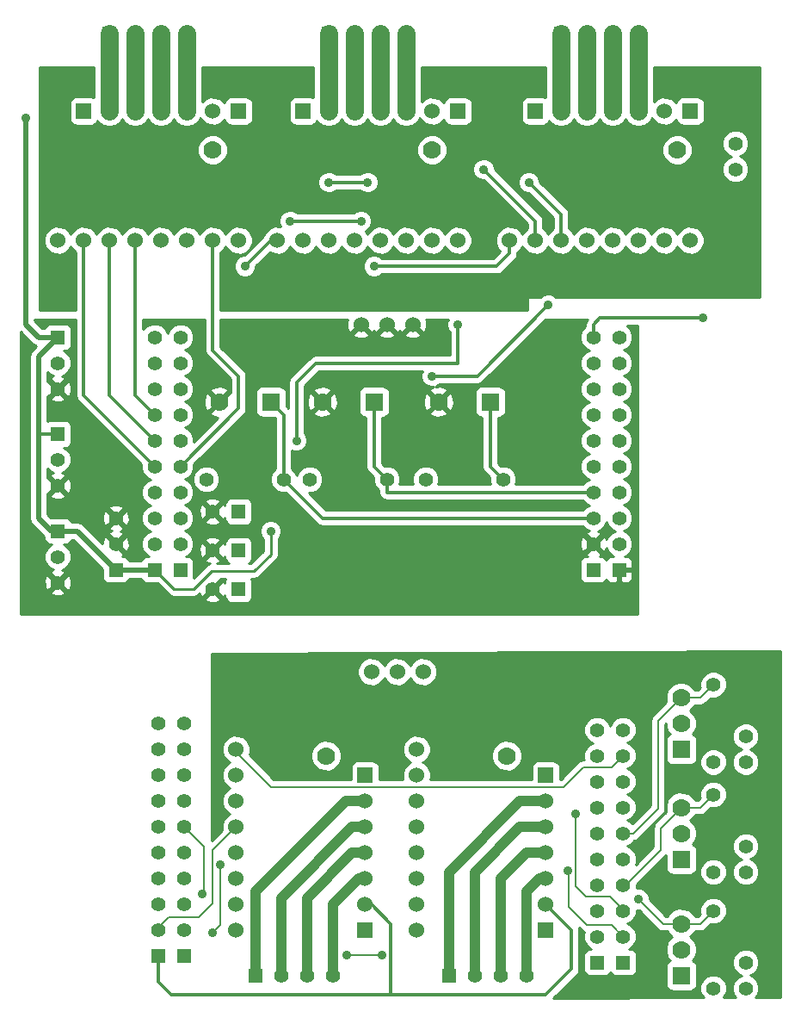
<source format=gtl>
G04 (created by PCBNEW (2012-nov-02)-testing) date Mon 24 Dec 2012 01:36:53 PM MST*
%MOIN*%
G04 Gerber Fmt 3.4, Leading zero omitted, Abs format*
%FSLAX34Y34*%
G01*
G70*
G90*
G04 APERTURE LIST*
%ADD10C,0.006*%
%ADD11R,0.06X0.06*%
%ADD12C,0.06*%
%ADD13R,0.055X0.055*%
%ADD14C,0.055*%
%ADD15R,0.07X0.07*%
%ADD16C,0.07*%
%ADD17C,0.035*%
%ADD18C,0.05*%
%ADD19C,0.008*%
%ADD20C,0.012*%
%ADD21C,0.07*%
%ADD22C,0.04*%
%ADD23C,0.01*%
%ADD24C,0.02*%
G04 APERTURE END LIST*
G54D10*
G54D11*
X13500Y-9000D03*
G54D12*
X12500Y-9000D03*
X11500Y-9000D03*
X10500Y-9000D03*
X9500Y-9000D03*
X8500Y-9000D03*
G54D11*
X7500Y-9000D03*
G54D12*
X6500Y-9000D03*
X6500Y-14000D03*
X7500Y-14000D03*
X8500Y-14000D03*
X9500Y-14000D03*
X10500Y-14000D03*
X11500Y-14000D03*
X12500Y-14000D03*
X13500Y-14000D03*
G54D11*
X22000Y-9000D03*
G54D12*
X21000Y-9000D03*
X20000Y-9000D03*
X19000Y-9000D03*
X18000Y-9000D03*
X17000Y-9000D03*
G54D11*
X16000Y-9000D03*
G54D12*
X15000Y-9000D03*
X15000Y-14000D03*
X16000Y-14000D03*
X17000Y-14000D03*
X18000Y-14000D03*
X19000Y-14000D03*
X20000Y-14000D03*
X21000Y-14000D03*
X22000Y-14000D03*
G54D11*
X31000Y-9000D03*
G54D12*
X30000Y-9000D03*
X29000Y-9000D03*
X28000Y-9000D03*
X27000Y-9000D03*
X26000Y-9000D03*
G54D11*
X25000Y-9000D03*
G54D12*
X24000Y-9000D03*
X24000Y-14000D03*
X25000Y-14000D03*
X26000Y-14000D03*
X27000Y-14000D03*
X28000Y-14000D03*
X29000Y-14000D03*
X30000Y-14000D03*
X31000Y-14000D03*
G54D13*
X8500Y-6000D03*
G54D14*
X9500Y-6000D03*
X10500Y-6000D03*
X11500Y-6000D03*
G54D13*
X26000Y-6000D03*
G54D14*
X27000Y-6000D03*
X28000Y-6000D03*
X29000Y-6000D03*
G54D13*
X17000Y-6000D03*
G54D14*
X18000Y-6000D03*
X19000Y-6000D03*
X20000Y-6000D03*
G54D15*
X30500Y-12500D03*
G54D16*
X30500Y-10500D03*
G54D15*
X21000Y-12500D03*
G54D16*
X21000Y-10500D03*
G54D15*
X12500Y-12500D03*
G54D16*
X12500Y-10500D03*
G54D13*
X6500Y-25250D03*
G54D14*
X6500Y-26250D03*
X6500Y-27250D03*
G54D13*
X6500Y-21500D03*
G54D14*
X6500Y-22500D03*
X6500Y-23500D03*
G54D13*
X6500Y-17750D03*
G54D14*
X6500Y-18750D03*
X6500Y-19750D03*
G54D13*
X27250Y-26750D03*
G54D14*
X27250Y-25750D03*
X27250Y-24750D03*
X27250Y-23750D03*
X27250Y-22750D03*
X27250Y-21750D03*
X27250Y-20750D03*
X27250Y-19750D03*
X27250Y-18750D03*
X27250Y-17750D03*
G54D13*
X28250Y-26750D03*
G54D14*
X28250Y-25750D03*
X28250Y-24750D03*
X28250Y-23750D03*
X28250Y-22750D03*
X28250Y-21750D03*
X28250Y-20750D03*
X28250Y-19750D03*
X28250Y-18750D03*
X28250Y-17750D03*
G54D13*
X10250Y-26750D03*
G54D14*
X10250Y-25750D03*
X10250Y-24750D03*
X10250Y-23750D03*
X10250Y-22750D03*
X10250Y-21750D03*
X10250Y-20750D03*
X10250Y-19750D03*
X10250Y-18750D03*
X10250Y-17750D03*
G54D11*
X20250Y-16250D03*
G54D12*
X20250Y-17250D03*
X19250Y-16250D03*
X19250Y-17250D03*
X18250Y-16250D03*
X18250Y-17250D03*
G54D13*
X32750Y-13250D03*
G54D14*
X32750Y-12250D03*
X32750Y-11250D03*
X32750Y-10250D03*
G54D13*
X13500Y-24500D03*
G54D14*
X12500Y-24500D03*
G54D13*
X13500Y-26000D03*
G54D14*
X12500Y-26000D03*
G54D13*
X13500Y-27500D03*
G54D14*
X12500Y-27500D03*
X12250Y-23250D03*
X15250Y-23250D03*
X16250Y-23250D03*
X19250Y-23250D03*
X20750Y-23250D03*
X23750Y-23250D03*
G54D15*
X14750Y-20250D03*
G54D16*
X12750Y-20250D03*
G54D15*
X18750Y-20250D03*
G54D16*
X16750Y-20250D03*
G54D15*
X23250Y-20250D03*
G54D16*
X21250Y-20250D03*
G54D13*
X11250Y-26750D03*
G54D14*
X11250Y-25750D03*
X11250Y-24750D03*
X11250Y-23750D03*
X11250Y-22750D03*
X11250Y-21750D03*
X11250Y-20750D03*
X11250Y-19750D03*
X11250Y-18750D03*
X11250Y-17750D03*
G54D13*
X8750Y-26750D03*
G54D14*
X8750Y-25750D03*
X8750Y-24750D03*
G54D13*
X33150Y-31200D03*
G54D14*
X33150Y-32200D03*
X33150Y-33200D03*
X33150Y-34200D03*
G54D13*
X33150Y-35450D03*
G54D14*
X33150Y-36450D03*
X33150Y-37450D03*
X33150Y-38450D03*
G54D13*
X21650Y-42450D03*
G54D14*
X22650Y-42450D03*
X23650Y-42450D03*
X24650Y-42450D03*
G54D13*
X14150Y-42450D03*
G54D14*
X15150Y-42450D03*
X16150Y-42450D03*
X17150Y-42450D03*
G54D13*
X33150Y-39950D03*
G54D14*
X33150Y-40950D03*
X33150Y-41950D03*
X33150Y-42950D03*
G54D13*
X10400Y-41700D03*
G54D14*
X10400Y-40700D03*
X10400Y-39700D03*
X10400Y-38700D03*
X10400Y-37700D03*
X10400Y-36700D03*
X10400Y-35700D03*
X10400Y-34700D03*
X10400Y-33700D03*
X10400Y-32700D03*
G54D13*
X27400Y-41950D03*
G54D14*
X27400Y-40950D03*
X27400Y-39950D03*
X27400Y-38950D03*
X27400Y-37950D03*
X27400Y-36950D03*
X27400Y-35950D03*
X27400Y-34950D03*
X27400Y-33950D03*
X27400Y-32950D03*
G54D13*
X11400Y-41700D03*
G54D14*
X11400Y-40700D03*
X11400Y-39700D03*
X11400Y-38700D03*
X11400Y-37700D03*
X11400Y-36700D03*
X11400Y-35700D03*
X11400Y-34700D03*
X11400Y-33700D03*
X11400Y-32700D03*
G54D13*
X28400Y-41950D03*
G54D14*
X28400Y-40950D03*
X28400Y-39950D03*
X28400Y-38950D03*
X28400Y-37950D03*
X28400Y-36950D03*
X28400Y-35950D03*
X28400Y-34950D03*
X28400Y-33950D03*
X28400Y-32950D03*
X31900Y-39950D03*
X31900Y-42950D03*
X31900Y-35450D03*
X31900Y-38450D03*
X31900Y-31200D03*
X31900Y-34200D03*
G54D11*
X18650Y-31700D03*
G54D12*
X18650Y-30700D03*
X19650Y-31700D03*
X19650Y-30700D03*
X20650Y-31700D03*
X20650Y-30700D03*
G54D15*
X14900Y-33950D03*
G54D16*
X16900Y-33950D03*
G54D15*
X21900Y-33950D03*
G54D16*
X23900Y-33950D03*
G54D11*
X25400Y-40700D03*
G54D12*
X25400Y-39700D03*
X25400Y-38700D03*
X25400Y-37700D03*
X25400Y-36700D03*
X25400Y-35700D03*
G54D11*
X25400Y-34700D03*
G54D12*
X25400Y-33700D03*
X20400Y-33700D03*
X20400Y-34700D03*
X20400Y-35700D03*
X20400Y-36700D03*
X20400Y-37700D03*
X20400Y-38700D03*
X20400Y-39700D03*
X20400Y-40700D03*
G54D11*
X18400Y-40700D03*
G54D12*
X18400Y-39700D03*
X18400Y-38700D03*
X18400Y-37700D03*
X18400Y-36700D03*
X18400Y-35700D03*
G54D11*
X18400Y-34700D03*
G54D12*
X18400Y-33700D03*
X13400Y-33700D03*
X13400Y-34700D03*
X13400Y-35700D03*
X13400Y-36700D03*
X13400Y-37700D03*
X13400Y-38700D03*
X13400Y-39700D03*
X13400Y-40700D03*
G54D16*
X30650Y-40450D03*
X30650Y-41450D03*
G54D15*
X30650Y-42450D03*
G54D16*
X30650Y-35950D03*
X30650Y-36950D03*
G54D15*
X30650Y-37950D03*
G54D16*
X30650Y-31700D03*
X30650Y-32700D03*
G54D15*
X30650Y-33700D03*
G54D17*
X29000Y-39500D03*
X31500Y-17000D03*
X12100Y-39300D03*
X12800Y-38150D03*
X12500Y-40800D03*
X17700Y-41650D03*
X19050Y-41650D03*
X26250Y-38400D03*
X26550Y-36200D03*
X18250Y-13250D03*
X15500Y-13250D03*
X18500Y-11750D03*
X17000Y-11750D03*
X24750Y-11750D03*
X23000Y-11250D03*
X15750Y-21750D03*
X22000Y-17250D03*
X21000Y-19250D03*
X25500Y-16500D03*
X18750Y-15000D03*
X13750Y-15000D03*
X14750Y-25250D03*
X5250Y-9250D03*
G54D18*
X20650Y-31700D02*
X28650Y-31700D01*
X32400Y-30450D02*
X33150Y-31200D01*
X29900Y-30450D02*
X32400Y-30450D01*
X28650Y-31700D02*
X29900Y-30450D01*
X33150Y-31200D02*
X33150Y-32200D01*
X25400Y-33700D02*
X25150Y-33700D01*
X24400Y-32950D02*
X21900Y-32950D01*
X25150Y-33700D02*
X24400Y-32950D01*
X14900Y-33950D02*
X14900Y-32700D01*
X15900Y-31700D02*
X18650Y-31700D01*
X14900Y-32700D02*
X15900Y-31700D01*
X20650Y-31700D02*
X20900Y-31700D01*
X21900Y-32700D02*
X21900Y-32950D01*
X21900Y-32950D02*
X21900Y-33950D01*
X20900Y-31700D02*
X21900Y-32700D01*
X18400Y-33700D02*
X18400Y-31950D01*
X18400Y-31950D02*
X18650Y-31700D01*
G54D19*
X30650Y-40450D02*
X31400Y-40450D01*
X31400Y-40450D02*
X31900Y-39950D01*
X30650Y-40450D02*
X29950Y-40450D01*
X29950Y-40450D02*
X29000Y-39500D01*
G54D20*
X27250Y-17750D02*
X27250Y-17250D01*
X27500Y-17000D02*
X31500Y-17000D01*
X27250Y-17250D02*
X27500Y-17000D01*
G54D19*
X12150Y-37450D02*
X11400Y-36700D01*
X12150Y-39250D02*
X12150Y-37450D01*
X12100Y-39300D02*
X12150Y-39250D01*
X13400Y-33700D02*
X13400Y-33800D01*
X27950Y-34400D02*
X28400Y-33950D01*
X26850Y-34400D02*
X27950Y-34400D01*
X26100Y-35150D02*
X26850Y-34400D01*
X14750Y-35150D02*
X26100Y-35150D01*
X13400Y-33800D02*
X14750Y-35150D01*
X30650Y-35950D02*
X31400Y-35950D01*
X31400Y-35950D02*
X31900Y-35450D01*
X28400Y-38950D02*
X28500Y-38950D01*
X29850Y-36750D02*
X30650Y-35950D01*
X29850Y-37600D02*
X29850Y-36750D01*
X28500Y-38950D02*
X29850Y-37600D01*
G54D20*
X15250Y-23250D02*
X15250Y-20750D01*
X15250Y-20750D02*
X14750Y-20250D01*
X27250Y-24750D02*
X16750Y-24750D01*
X16750Y-24750D02*
X15250Y-23250D01*
G54D19*
X12800Y-40500D02*
X12800Y-38150D01*
X12500Y-40800D02*
X12800Y-40500D01*
X19050Y-41650D02*
X17700Y-41650D01*
X30650Y-31700D02*
X31400Y-31700D01*
X31400Y-31700D02*
X31900Y-31200D01*
X28400Y-36950D02*
X28800Y-36950D01*
X29750Y-32600D02*
X30650Y-31700D01*
X29750Y-36000D02*
X29750Y-32600D01*
X28800Y-36950D02*
X29750Y-36000D01*
G54D20*
X19250Y-23250D02*
X19250Y-23750D01*
X19250Y-23750D02*
X27250Y-23750D01*
X18750Y-20250D02*
X18750Y-22750D01*
X18750Y-22750D02*
X19250Y-23250D01*
G54D19*
X10400Y-40700D02*
X10400Y-40600D01*
X12500Y-37600D02*
X13400Y-36700D01*
X12500Y-39650D02*
X12500Y-37600D01*
X11950Y-40200D02*
X12500Y-39650D01*
X10800Y-40200D02*
X11950Y-40200D01*
X10400Y-40600D02*
X10800Y-40200D01*
X27950Y-40500D02*
X28400Y-40950D01*
X27000Y-40500D02*
X27950Y-40500D01*
X26300Y-39800D02*
X27000Y-40500D01*
X26300Y-38450D02*
X26300Y-39800D01*
X26250Y-38400D02*
X26300Y-38450D01*
X28400Y-39950D02*
X28400Y-39900D01*
X26550Y-39000D02*
X26550Y-36200D01*
X26950Y-39400D02*
X26550Y-39000D01*
X27900Y-39400D02*
X26950Y-39400D01*
X28400Y-39900D02*
X27900Y-39400D01*
G54D20*
X9500Y-14000D02*
X9500Y-20000D01*
X9500Y-20000D02*
X10250Y-20750D01*
X15500Y-13250D02*
X18250Y-13250D01*
X8500Y-14000D02*
X8500Y-20000D01*
X8500Y-20000D02*
X10250Y-21750D01*
X17000Y-11750D02*
X18500Y-11750D01*
X26000Y-14000D02*
X26000Y-13000D01*
X26000Y-13000D02*
X24750Y-11750D01*
X7500Y-14000D02*
X7500Y-20000D01*
X7500Y-20000D02*
X10250Y-22750D01*
X25000Y-13250D02*
X25000Y-14000D01*
X23000Y-11250D02*
X25000Y-13250D01*
X12500Y-14000D02*
X12500Y-18250D01*
X13500Y-20500D02*
X11250Y-22750D01*
X13500Y-19250D02*
X13500Y-20500D01*
X12500Y-18250D02*
X13500Y-19250D01*
X15750Y-19500D02*
X15750Y-21750D01*
X16500Y-18750D02*
X15750Y-19500D01*
X20250Y-18750D02*
X16500Y-18750D01*
X22000Y-18750D02*
X20250Y-18750D01*
X22000Y-17250D02*
X22000Y-18750D01*
X22750Y-19250D02*
X21000Y-19250D01*
X25500Y-16500D02*
X22750Y-19250D01*
X24000Y-14000D02*
X24000Y-14500D01*
X23500Y-15000D02*
X18750Y-15000D01*
X24000Y-14500D02*
X23500Y-15000D01*
X14750Y-14000D02*
X15000Y-14000D01*
X13750Y-15000D02*
X14750Y-14000D01*
G54D21*
X11500Y-6000D02*
X11500Y-9000D01*
X17000Y-9000D02*
X17000Y-6000D01*
X18000Y-6000D02*
X18000Y-9000D01*
X20000Y-6000D02*
X20000Y-9000D01*
G54D22*
X25400Y-35700D02*
X24400Y-35700D01*
X24400Y-35700D02*
X21650Y-38450D01*
X21650Y-38450D02*
X21650Y-42450D01*
X14150Y-42450D02*
X14150Y-39200D01*
X14150Y-39200D02*
X17650Y-35700D01*
X17650Y-35700D02*
X18400Y-35700D01*
X18400Y-36700D02*
X17900Y-36700D01*
X17900Y-36700D02*
X15150Y-39450D01*
X15150Y-39450D02*
X15150Y-42450D01*
G54D21*
X8500Y-9000D02*
X8500Y-6000D01*
G54D20*
X23250Y-20250D02*
X23250Y-22750D01*
X23250Y-22750D02*
X23750Y-23250D01*
G54D22*
X16150Y-42450D02*
X16150Y-39450D01*
X16150Y-39450D02*
X17900Y-37700D01*
X17900Y-37700D02*
X18400Y-37700D01*
X18400Y-38700D02*
X18150Y-38700D01*
X18150Y-38700D02*
X17150Y-39700D01*
X17150Y-39700D02*
X17150Y-42450D01*
G54D21*
X27000Y-9000D02*
X27000Y-6000D01*
X26000Y-6000D02*
X26000Y-9000D01*
X28000Y-6000D02*
X28000Y-9000D01*
X29000Y-9000D02*
X29000Y-6000D01*
X9500Y-6000D02*
X9500Y-9000D01*
G54D22*
X25400Y-36700D02*
X24400Y-36700D01*
X24400Y-36700D02*
X22650Y-38450D01*
X22650Y-38450D02*
X22650Y-42450D01*
G54D21*
X10500Y-9000D02*
X10500Y-6000D01*
G54D22*
X25400Y-38700D02*
X25150Y-38700D01*
X25150Y-38700D02*
X24650Y-39200D01*
X24650Y-39200D02*
X24650Y-42450D01*
X25400Y-37700D02*
X24650Y-37700D01*
X24650Y-37700D02*
X23650Y-38700D01*
X23650Y-38700D02*
X23650Y-42450D01*
G54D21*
X19000Y-9000D02*
X19000Y-6000D01*
G54D23*
X14750Y-25250D02*
X14750Y-26150D01*
X11000Y-27500D02*
X10250Y-26750D01*
X11750Y-27500D02*
X11000Y-27500D01*
X12450Y-26800D02*
X11750Y-27500D01*
X14100Y-26800D02*
X12450Y-26800D01*
X14750Y-26150D02*
X14100Y-26800D01*
G54D20*
X5750Y-21500D02*
X6500Y-21500D01*
G54D24*
X6500Y-25250D02*
X6250Y-25250D01*
X6250Y-25250D02*
X5750Y-24750D01*
X5750Y-24750D02*
X5750Y-18500D01*
X5750Y-18500D02*
X6500Y-17750D01*
X8750Y-26750D02*
X10250Y-26750D01*
X8750Y-26750D02*
X7250Y-25250D01*
X7250Y-25250D02*
X6500Y-25250D01*
X5750Y-17750D02*
X6500Y-17750D01*
X5250Y-17250D02*
X5750Y-17750D01*
X5250Y-9250D02*
X5250Y-17250D01*
G54D20*
X7250Y-25250D02*
X6500Y-25250D01*
X6250Y-25250D02*
X5750Y-24750D01*
X5750Y-24750D02*
X5750Y-21500D01*
X5750Y-18500D02*
X6500Y-17750D01*
X5750Y-21500D02*
X5750Y-18500D01*
X18400Y-39700D02*
X18650Y-39700D01*
X19400Y-40450D02*
X19400Y-43200D01*
X18650Y-39700D02*
X19400Y-40450D01*
X10400Y-41700D02*
X10400Y-42700D01*
X26400Y-40700D02*
X25400Y-39700D01*
X26400Y-42200D02*
X26400Y-40700D01*
X25400Y-43200D02*
X26400Y-42200D01*
X10900Y-43200D02*
X19400Y-43200D01*
X19400Y-43200D02*
X25400Y-43200D01*
X10400Y-42700D02*
X10900Y-43200D01*
G54D10*
G36*
X33700Y-16200D02*
X33275Y-16200D01*
X33275Y-11146D01*
X33195Y-10953D01*
X33047Y-10805D01*
X32914Y-10749D01*
X33047Y-10695D01*
X33194Y-10547D01*
X33274Y-10354D01*
X33275Y-10146D01*
X33195Y-9953D01*
X33047Y-9805D01*
X32854Y-9725D01*
X32646Y-9724D01*
X32453Y-9804D01*
X32305Y-9952D01*
X32225Y-10145D01*
X32224Y-10353D01*
X32304Y-10547D01*
X32452Y-10694D01*
X32585Y-10750D01*
X32453Y-10804D01*
X32305Y-10952D01*
X32225Y-11145D01*
X32224Y-11353D01*
X32304Y-11547D01*
X32452Y-11694D01*
X32645Y-11774D01*
X32853Y-11775D01*
X33047Y-11695D01*
X33194Y-11547D01*
X33274Y-11354D01*
X33275Y-11146D01*
X33275Y-16200D01*
X31550Y-16200D01*
X31550Y-13891D01*
X31466Y-13688D01*
X31311Y-13534D01*
X31109Y-13450D01*
X31100Y-13450D01*
X31100Y-10381D01*
X31008Y-10160D01*
X30840Y-9991D01*
X30619Y-9900D01*
X30381Y-9899D01*
X30160Y-9991D01*
X29991Y-10159D01*
X29900Y-10380D01*
X29899Y-10618D01*
X29991Y-10839D01*
X30159Y-11008D01*
X30380Y-11099D01*
X30618Y-11100D01*
X30839Y-11008D01*
X31008Y-10840D01*
X31099Y-10619D01*
X31100Y-10381D01*
X31100Y-13450D01*
X30891Y-13449D01*
X30688Y-13533D01*
X30534Y-13688D01*
X30500Y-13769D01*
X30466Y-13688D01*
X30311Y-13534D01*
X30109Y-13450D01*
X29891Y-13449D01*
X29688Y-13533D01*
X29534Y-13688D01*
X29500Y-13769D01*
X29466Y-13688D01*
X29311Y-13534D01*
X29109Y-13450D01*
X28891Y-13449D01*
X28688Y-13533D01*
X28534Y-13688D01*
X28500Y-13769D01*
X28466Y-13688D01*
X28311Y-13534D01*
X28109Y-13450D01*
X27891Y-13449D01*
X27688Y-13533D01*
X27534Y-13688D01*
X27500Y-13769D01*
X27466Y-13688D01*
X27311Y-13534D01*
X27109Y-13450D01*
X26891Y-13449D01*
X26688Y-13533D01*
X26534Y-13688D01*
X26500Y-13769D01*
X26466Y-13688D01*
X26311Y-13534D01*
X26310Y-13533D01*
X26310Y-13000D01*
X26286Y-12881D01*
X26219Y-12780D01*
X25175Y-11736D01*
X25175Y-11665D01*
X25110Y-11509D01*
X24991Y-11389D01*
X24834Y-11325D01*
X24665Y-11324D01*
X24509Y-11389D01*
X24389Y-11508D01*
X24325Y-11665D01*
X24324Y-11834D01*
X24389Y-11990D01*
X24508Y-12110D01*
X24665Y-12174D01*
X24736Y-12174D01*
X25690Y-13128D01*
X25690Y-13532D01*
X25688Y-13533D01*
X25534Y-13688D01*
X25500Y-13769D01*
X25466Y-13688D01*
X25311Y-13534D01*
X25310Y-13533D01*
X25310Y-13250D01*
X25309Y-13249D01*
X25310Y-13249D01*
X25305Y-13226D01*
X25286Y-13131D01*
X25286Y-13131D01*
X25219Y-13030D01*
X25219Y-13030D01*
X23425Y-11236D01*
X23425Y-11165D01*
X23360Y-11009D01*
X23241Y-10889D01*
X23084Y-10825D01*
X22915Y-10824D01*
X22759Y-10889D01*
X22639Y-11008D01*
X22575Y-11165D01*
X22574Y-11334D01*
X22639Y-11490D01*
X22758Y-11610D01*
X22915Y-11674D01*
X22986Y-11674D01*
X24690Y-13378D01*
X24690Y-13532D01*
X24688Y-13533D01*
X24534Y-13688D01*
X24500Y-13769D01*
X24466Y-13688D01*
X24311Y-13534D01*
X24109Y-13450D01*
X23891Y-13449D01*
X23688Y-13533D01*
X23534Y-13688D01*
X23450Y-13890D01*
X23449Y-14108D01*
X23533Y-14311D01*
X23641Y-14419D01*
X23371Y-14690D01*
X22550Y-14690D01*
X22550Y-13891D01*
X22466Y-13688D01*
X22311Y-13534D01*
X22109Y-13450D01*
X21891Y-13449D01*
X21688Y-13533D01*
X21600Y-13622D01*
X21600Y-10381D01*
X21508Y-10160D01*
X21340Y-9991D01*
X21119Y-9900D01*
X20881Y-9899D01*
X20660Y-9991D01*
X20491Y-10159D01*
X20400Y-10380D01*
X20399Y-10618D01*
X20491Y-10839D01*
X20659Y-11008D01*
X20880Y-11099D01*
X21118Y-11100D01*
X21339Y-11008D01*
X21508Y-10840D01*
X21599Y-10619D01*
X21600Y-10381D01*
X21600Y-13622D01*
X21534Y-13688D01*
X21500Y-13769D01*
X21466Y-13688D01*
X21311Y-13534D01*
X21109Y-13450D01*
X20891Y-13449D01*
X20688Y-13533D01*
X20534Y-13688D01*
X20500Y-13769D01*
X20466Y-13688D01*
X20311Y-13534D01*
X20109Y-13450D01*
X19891Y-13449D01*
X19688Y-13533D01*
X19534Y-13688D01*
X19500Y-13769D01*
X19466Y-13688D01*
X19311Y-13534D01*
X19109Y-13450D01*
X18925Y-13449D01*
X18925Y-11665D01*
X18860Y-11509D01*
X18741Y-11389D01*
X18584Y-11325D01*
X18415Y-11324D01*
X18259Y-11389D01*
X18208Y-11440D01*
X17291Y-11440D01*
X17241Y-11389D01*
X17084Y-11325D01*
X16915Y-11324D01*
X16759Y-11389D01*
X16639Y-11508D01*
X16575Y-11665D01*
X16574Y-11834D01*
X16639Y-11990D01*
X16758Y-12110D01*
X16915Y-12174D01*
X17084Y-12175D01*
X17240Y-12110D01*
X17291Y-12060D01*
X18208Y-12060D01*
X18258Y-12110D01*
X18415Y-12174D01*
X18584Y-12175D01*
X18740Y-12110D01*
X18860Y-11991D01*
X18924Y-11834D01*
X18925Y-11665D01*
X18925Y-13449D01*
X18891Y-13449D01*
X18688Y-13533D01*
X18534Y-13688D01*
X18500Y-13769D01*
X18466Y-13688D01*
X18418Y-13640D01*
X18490Y-13610D01*
X18610Y-13491D01*
X18674Y-13334D01*
X18675Y-13165D01*
X18610Y-13009D01*
X18491Y-12889D01*
X18334Y-12825D01*
X18165Y-12824D01*
X18009Y-12889D01*
X17958Y-12940D01*
X15791Y-12940D01*
X15741Y-12889D01*
X15584Y-12825D01*
X15415Y-12824D01*
X15259Y-12889D01*
X15139Y-13008D01*
X15075Y-13165D01*
X15074Y-13334D01*
X15125Y-13456D01*
X15109Y-13450D01*
X14891Y-13449D01*
X14688Y-13533D01*
X14534Y-13688D01*
X14470Y-13841D01*
X13736Y-14574D01*
X13665Y-14574D01*
X13509Y-14639D01*
X13389Y-14758D01*
X13325Y-14915D01*
X13324Y-15084D01*
X13389Y-15240D01*
X13508Y-15360D01*
X13665Y-15424D01*
X13834Y-15425D01*
X13990Y-15360D01*
X14110Y-15241D01*
X14174Y-15084D01*
X14174Y-15013D01*
X14712Y-14476D01*
X14890Y-14549D01*
X15108Y-14550D01*
X15311Y-14466D01*
X15465Y-14311D01*
X15499Y-14230D01*
X15533Y-14311D01*
X15688Y-14465D01*
X15890Y-14549D01*
X16108Y-14550D01*
X16311Y-14466D01*
X16465Y-14311D01*
X16499Y-14230D01*
X16533Y-14311D01*
X16688Y-14465D01*
X16890Y-14549D01*
X17108Y-14550D01*
X17311Y-14466D01*
X17465Y-14311D01*
X17499Y-14230D01*
X17533Y-14311D01*
X17688Y-14465D01*
X17890Y-14549D01*
X18108Y-14550D01*
X18311Y-14466D01*
X18465Y-14311D01*
X18499Y-14230D01*
X18533Y-14311D01*
X18688Y-14465D01*
X18890Y-14549D01*
X19108Y-14550D01*
X19311Y-14466D01*
X19465Y-14311D01*
X19499Y-14230D01*
X19533Y-14311D01*
X19688Y-14465D01*
X19890Y-14549D01*
X20108Y-14550D01*
X20311Y-14466D01*
X20465Y-14311D01*
X20499Y-14230D01*
X20533Y-14311D01*
X20688Y-14465D01*
X20890Y-14549D01*
X21108Y-14550D01*
X21311Y-14466D01*
X21465Y-14311D01*
X21499Y-14230D01*
X21533Y-14311D01*
X21688Y-14465D01*
X21890Y-14549D01*
X22108Y-14550D01*
X22311Y-14466D01*
X22465Y-14311D01*
X22549Y-14109D01*
X22550Y-13891D01*
X22550Y-14690D01*
X19041Y-14690D01*
X18991Y-14639D01*
X18834Y-14575D01*
X18665Y-14574D01*
X18509Y-14639D01*
X18389Y-14758D01*
X18325Y-14915D01*
X18324Y-15084D01*
X18389Y-15240D01*
X18508Y-15360D01*
X18665Y-15424D01*
X18834Y-15425D01*
X18990Y-15360D01*
X19041Y-15310D01*
X23500Y-15310D01*
X23618Y-15286D01*
X23719Y-15219D01*
X24219Y-14719D01*
X24286Y-14618D01*
X24310Y-14500D01*
X24310Y-14467D01*
X24311Y-14466D01*
X24465Y-14311D01*
X24499Y-14230D01*
X24533Y-14311D01*
X24688Y-14465D01*
X24890Y-14549D01*
X25108Y-14550D01*
X25311Y-14466D01*
X25465Y-14311D01*
X25499Y-14230D01*
X25533Y-14311D01*
X25688Y-14465D01*
X25890Y-14549D01*
X26108Y-14550D01*
X26311Y-14466D01*
X26465Y-14311D01*
X26499Y-14230D01*
X26533Y-14311D01*
X26688Y-14465D01*
X26890Y-14549D01*
X27108Y-14550D01*
X27311Y-14466D01*
X27465Y-14311D01*
X27499Y-14230D01*
X27533Y-14311D01*
X27688Y-14465D01*
X27890Y-14549D01*
X28108Y-14550D01*
X28311Y-14466D01*
X28465Y-14311D01*
X28499Y-14230D01*
X28533Y-14311D01*
X28688Y-14465D01*
X28890Y-14549D01*
X29108Y-14550D01*
X29311Y-14466D01*
X29465Y-14311D01*
X29499Y-14230D01*
X29533Y-14311D01*
X29688Y-14465D01*
X29890Y-14549D01*
X30108Y-14550D01*
X30311Y-14466D01*
X30465Y-14311D01*
X30499Y-14230D01*
X30533Y-14311D01*
X30688Y-14465D01*
X30890Y-14549D01*
X31108Y-14550D01*
X31311Y-14466D01*
X31465Y-14311D01*
X31549Y-14109D01*
X31550Y-13891D01*
X31550Y-16200D01*
X25801Y-16200D01*
X25741Y-16139D01*
X25584Y-16075D01*
X25415Y-16074D01*
X25259Y-16139D01*
X25198Y-16200D01*
X24700Y-16200D01*
X24700Y-16700D01*
X20249Y-16700D01*
X20141Y-16699D01*
X20140Y-16700D01*
X19249Y-16700D01*
X19141Y-16699D01*
X19140Y-16700D01*
X18249Y-16700D01*
X18141Y-16699D01*
X18140Y-16700D01*
X12810Y-16700D01*
X12810Y-14467D01*
X12811Y-14466D01*
X12965Y-14311D01*
X12999Y-14230D01*
X13033Y-14311D01*
X13188Y-14465D01*
X13390Y-14549D01*
X13608Y-14550D01*
X13811Y-14466D01*
X13965Y-14311D01*
X14049Y-14109D01*
X14050Y-13891D01*
X13966Y-13688D01*
X13811Y-13534D01*
X13609Y-13450D01*
X13391Y-13449D01*
X13188Y-13533D01*
X13100Y-13622D01*
X13100Y-10381D01*
X13008Y-10160D01*
X12840Y-9991D01*
X12619Y-9900D01*
X12381Y-9899D01*
X12160Y-9991D01*
X11991Y-10159D01*
X11900Y-10380D01*
X11899Y-10618D01*
X11991Y-10839D01*
X12159Y-11008D01*
X12380Y-11099D01*
X12618Y-11100D01*
X12839Y-11008D01*
X13008Y-10840D01*
X13099Y-10619D01*
X13100Y-10381D01*
X13100Y-13622D01*
X13034Y-13688D01*
X13000Y-13769D01*
X12966Y-13688D01*
X12811Y-13534D01*
X12609Y-13450D01*
X12391Y-13449D01*
X12188Y-13533D01*
X12034Y-13688D01*
X12000Y-13769D01*
X11966Y-13688D01*
X11811Y-13534D01*
X11609Y-13450D01*
X11391Y-13449D01*
X11188Y-13533D01*
X11034Y-13688D01*
X11000Y-13769D01*
X10966Y-13688D01*
X10811Y-13534D01*
X10609Y-13450D01*
X10391Y-13449D01*
X10188Y-13533D01*
X10034Y-13688D01*
X10000Y-13769D01*
X9966Y-13688D01*
X9811Y-13534D01*
X9609Y-13450D01*
X9391Y-13449D01*
X9188Y-13533D01*
X9034Y-13688D01*
X9000Y-13769D01*
X8966Y-13688D01*
X8811Y-13534D01*
X8609Y-13450D01*
X8391Y-13449D01*
X8188Y-13533D01*
X8034Y-13688D01*
X8000Y-13769D01*
X7966Y-13688D01*
X7811Y-13534D01*
X7609Y-13450D01*
X7391Y-13449D01*
X7188Y-13533D01*
X7034Y-13688D01*
X7000Y-13769D01*
X6966Y-13688D01*
X6811Y-13534D01*
X6609Y-13450D01*
X6391Y-13449D01*
X6188Y-13533D01*
X6034Y-13688D01*
X5950Y-13890D01*
X5949Y-14108D01*
X6033Y-14311D01*
X6188Y-14465D01*
X6390Y-14549D01*
X6608Y-14550D01*
X6811Y-14466D01*
X6965Y-14311D01*
X6999Y-14230D01*
X7033Y-14311D01*
X7188Y-14465D01*
X7190Y-14466D01*
X7190Y-16700D01*
X5800Y-16700D01*
X5800Y-7300D01*
X7900Y-7300D01*
X7900Y-8470D01*
X7849Y-8450D01*
X7750Y-8449D01*
X7150Y-8449D01*
X7058Y-8487D01*
X6988Y-8558D01*
X6950Y-8650D01*
X6949Y-8749D01*
X6949Y-9349D01*
X6987Y-9441D01*
X7058Y-9511D01*
X7150Y-9549D01*
X7249Y-9550D01*
X7849Y-9550D01*
X7941Y-9512D01*
X8011Y-9441D01*
X8040Y-9371D01*
X8075Y-9424D01*
X8270Y-9554D01*
X8500Y-9600D01*
X8729Y-9554D01*
X8924Y-9424D01*
X9000Y-9310D01*
X9075Y-9424D01*
X9270Y-9554D01*
X9500Y-9600D01*
X9729Y-9554D01*
X9924Y-9424D01*
X10000Y-9310D01*
X10075Y-9424D01*
X10270Y-9554D01*
X10500Y-9600D01*
X10729Y-9554D01*
X10924Y-9424D01*
X11000Y-9310D01*
X11075Y-9424D01*
X11270Y-9554D01*
X11500Y-9600D01*
X11729Y-9554D01*
X11924Y-9424D01*
X12020Y-9280D01*
X12033Y-9311D01*
X12188Y-9465D01*
X12390Y-9549D01*
X12608Y-9550D01*
X12811Y-9466D01*
X12949Y-9327D01*
X12949Y-9349D01*
X12987Y-9441D01*
X13058Y-9511D01*
X13150Y-9549D01*
X13249Y-9550D01*
X13849Y-9550D01*
X13941Y-9512D01*
X14011Y-9441D01*
X14049Y-9349D01*
X14050Y-9250D01*
X14050Y-8650D01*
X14012Y-8558D01*
X13941Y-8488D01*
X13849Y-8450D01*
X13750Y-8449D01*
X13150Y-8449D01*
X13058Y-8487D01*
X12988Y-8558D01*
X12950Y-8650D01*
X12950Y-8672D01*
X12811Y-8534D01*
X12609Y-8450D01*
X12391Y-8449D01*
X12188Y-8533D01*
X12100Y-8622D01*
X12100Y-7300D01*
X16400Y-7300D01*
X16400Y-8470D01*
X16349Y-8450D01*
X16250Y-8449D01*
X15650Y-8449D01*
X15558Y-8487D01*
X15488Y-8558D01*
X15450Y-8650D01*
X15449Y-8749D01*
X15449Y-9349D01*
X15487Y-9441D01*
X15558Y-9511D01*
X15650Y-9549D01*
X15749Y-9550D01*
X16349Y-9550D01*
X16441Y-9512D01*
X16511Y-9441D01*
X16540Y-9371D01*
X16575Y-9424D01*
X16770Y-9554D01*
X17000Y-9600D01*
X17229Y-9554D01*
X17424Y-9424D01*
X17500Y-9310D01*
X17575Y-9424D01*
X17770Y-9554D01*
X18000Y-9600D01*
X18229Y-9554D01*
X18424Y-9424D01*
X18500Y-9310D01*
X18575Y-9424D01*
X18770Y-9554D01*
X19000Y-9600D01*
X19229Y-9554D01*
X19424Y-9424D01*
X19500Y-9310D01*
X19575Y-9424D01*
X19770Y-9554D01*
X20000Y-9600D01*
X20229Y-9554D01*
X20424Y-9424D01*
X20520Y-9280D01*
X20533Y-9311D01*
X20688Y-9465D01*
X20890Y-9549D01*
X21108Y-9550D01*
X21311Y-9466D01*
X21449Y-9327D01*
X21449Y-9349D01*
X21487Y-9441D01*
X21558Y-9511D01*
X21650Y-9549D01*
X21749Y-9550D01*
X22349Y-9550D01*
X22441Y-9512D01*
X22511Y-9441D01*
X22549Y-9349D01*
X22550Y-9250D01*
X22550Y-8650D01*
X22512Y-8558D01*
X22441Y-8488D01*
X22349Y-8450D01*
X22250Y-8449D01*
X21650Y-8449D01*
X21558Y-8487D01*
X21488Y-8558D01*
X21450Y-8650D01*
X21450Y-8672D01*
X21311Y-8534D01*
X21109Y-8450D01*
X20891Y-8449D01*
X20688Y-8533D01*
X20600Y-8622D01*
X20600Y-7300D01*
X25400Y-7300D01*
X25400Y-8470D01*
X25349Y-8450D01*
X25250Y-8449D01*
X24650Y-8449D01*
X24558Y-8487D01*
X24488Y-8558D01*
X24450Y-8650D01*
X24449Y-8749D01*
X24449Y-9349D01*
X24487Y-9441D01*
X24558Y-9511D01*
X24650Y-9549D01*
X24749Y-9550D01*
X25349Y-9550D01*
X25441Y-9512D01*
X25511Y-9441D01*
X25540Y-9371D01*
X25575Y-9424D01*
X25770Y-9554D01*
X26000Y-9600D01*
X26229Y-9554D01*
X26424Y-9424D01*
X26500Y-9310D01*
X26575Y-9424D01*
X26770Y-9554D01*
X27000Y-9600D01*
X27229Y-9554D01*
X27424Y-9424D01*
X27500Y-9310D01*
X27575Y-9424D01*
X27770Y-9554D01*
X28000Y-9600D01*
X28229Y-9554D01*
X28424Y-9424D01*
X28500Y-9310D01*
X28575Y-9424D01*
X28770Y-9554D01*
X29000Y-9600D01*
X29229Y-9554D01*
X29424Y-9424D01*
X29520Y-9280D01*
X29533Y-9311D01*
X29688Y-9465D01*
X29890Y-9549D01*
X30108Y-9550D01*
X30311Y-9466D01*
X30449Y-9327D01*
X30449Y-9349D01*
X30487Y-9441D01*
X30558Y-9511D01*
X30650Y-9549D01*
X30749Y-9550D01*
X31349Y-9550D01*
X31441Y-9512D01*
X31511Y-9441D01*
X31549Y-9349D01*
X31550Y-9250D01*
X31550Y-8650D01*
X31512Y-8558D01*
X31441Y-8488D01*
X31349Y-8450D01*
X31250Y-8449D01*
X30650Y-8449D01*
X30558Y-8487D01*
X30488Y-8558D01*
X30450Y-8650D01*
X30450Y-8672D01*
X30311Y-8534D01*
X30109Y-8450D01*
X29891Y-8449D01*
X29688Y-8533D01*
X29600Y-8622D01*
X29600Y-7300D01*
X33700Y-7300D01*
X33700Y-12250D01*
X33700Y-15750D01*
X33700Y-16200D01*
X33700Y-16200D01*
G37*
G54D23*
X33700Y-16200D02*
X33275Y-16200D01*
X33275Y-11146D01*
X33195Y-10953D01*
X33047Y-10805D01*
X32914Y-10749D01*
X33047Y-10695D01*
X33194Y-10547D01*
X33274Y-10354D01*
X33275Y-10146D01*
X33195Y-9953D01*
X33047Y-9805D01*
X32854Y-9725D01*
X32646Y-9724D01*
X32453Y-9804D01*
X32305Y-9952D01*
X32225Y-10145D01*
X32224Y-10353D01*
X32304Y-10547D01*
X32452Y-10694D01*
X32585Y-10750D01*
X32453Y-10804D01*
X32305Y-10952D01*
X32225Y-11145D01*
X32224Y-11353D01*
X32304Y-11547D01*
X32452Y-11694D01*
X32645Y-11774D01*
X32853Y-11775D01*
X33047Y-11695D01*
X33194Y-11547D01*
X33274Y-11354D01*
X33275Y-11146D01*
X33275Y-16200D01*
X31550Y-16200D01*
X31550Y-13891D01*
X31466Y-13688D01*
X31311Y-13534D01*
X31109Y-13450D01*
X31100Y-13450D01*
X31100Y-10381D01*
X31008Y-10160D01*
X30840Y-9991D01*
X30619Y-9900D01*
X30381Y-9899D01*
X30160Y-9991D01*
X29991Y-10159D01*
X29900Y-10380D01*
X29899Y-10618D01*
X29991Y-10839D01*
X30159Y-11008D01*
X30380Y-11099D01*
X30618Y-11100D01*
X30839Y-11008D01*
X31008Y-10840D01*
X31099Y-10619D01*
X31100Y-10381D01*
X31100Y-13450D01*
X30891Y-13449D01*
X30688Y-13533D01*
X30534Y-13688D01*
X30500Y-13769D01*
X30466Y-13688D01*
X30311Y-13534D01*
X30109Y-13450D01*
X29891Y-13449D01*
X29688Y-13533D01*
X29534Y-13688D01*
X29500Y-13769D01*
X29466Y-13688D01*
X29311Y-13534D01*
X29109Y-13450D01*
X28891Y-13449D01*
X28688Y-13533D01*
X28534Y-13688D01*
X28500Y-13769D01*
X28466Y-13688D01*
X28311Y-13534D01*
X28109Y-13450D01*
X27891Y-13449D01*
X27688Y-13533D01*
X27534Y-13688D01*
X27500Y-13769D01*
X27466Y-13688D01*
X27311Y-13534D01*
X27109Y-13450D01*
X26891Y-13449D01*
X26688Y-13533D01*
X26534Y-13688D01*
X26500Y-13769D01*
X26466Y-13688D01*
X26311Y-13534D01*
X26310Y-13533D01*
X26310Y-13000D01*
X26286Y-12881D01*
X26219Y-12780D01*
X25175Y-11736D01*
X25175Y-11665D01*
X25110Y-11509D01*
X24991Y-11389D01*
X24834Y-11325D01*
X24665Y-11324D01*
X24509Y-11389D01*
X24389Y-11508D01*
X24325Y-11665D01*
X24324Y-11834D01*
X24389Y-11990D01*
X24508Y-12110D01*
X24665Y-12174D01*
X24736Y-12174D01*
X25690Y-13128D01*
X25690Y-13532D01*
X25688Y-13533D01*
X25534Y-13688D01*
X25500Y-13769D01*
X25466Y-13688D01*
X25311Y-13534D01*
X25310Y-13533D01*
X25310Y-13250D01*
X25309Y-13249D01*
X25310Y-13249D01*
X25305Y-13226D01*
X25286Y-13131D01*
X25286Y-13131D01*
X25219Y-13030D01*
X25219Y-13030D01*
X23425Y-11236D01*
X23425Y-11165D01*
X23360Y-11009D01*
X23241Y-10889D01*
X23084Y-10825D01*
X22915Y-10824D01*
X22759Y-10889D01*
X22639Y-11008D01*
X22575Y-11165D01*
X22574Y-11334D01*
X22639Y-11490D01*
X22758Y-11610D01*
X22915Y-11674D01*
X22986Y-11674D01*
X24690Y-13378D01*
X24690Y-13532D01*
X24688Y-13533D01*
X24534Y-13688D01*
X24500Y-13769D01*
X24466Y-13688D01*
X24311Y-13534D01*
X24109Y-13450D01*
X23891Y-13449D01*
X23688Y-13533D01*
X23534Y-13688D01*
X23450Y-13890D01*
X23449Y-14108D01*
X23533Y-14311D01*
X23641Y-14419D01*
X23371Y-14690D01*
X22550Y-14690D01*
X22550Y-13891D01*
X22466Y-13688D01*
X22311Y-13534D01*
X22109Y-13450D01*
X21891Y-13449D01*
X21688Y-13533D01*
X21600Y-13622D01*
X21600Y-10381D01*
X21508Y-10160D01*
X21340Y-9991D01*
X21119Y-9900D01*
X20881Y-9899D01*
X20660Y-9991D01*
X20491Y-10159D01*
X20400Y-10380D01*
X20399Y-10618D01*
X20491Y-10839D01*
X20659Y-11008D01*
X20880Y-11099D01*
X21118Y-11100D01*
X21339Y-11008D01*
X21508Y-10840D01*
X21599Y-10619D01*
X21600Y-10381D01*
X21600Y-13622D01*
X21534Y-13688D01*
X21500Y-13769D01*
X21466Y-13688D01*
X21311Y-13534D01*
X21109Y-13450D01*
X20891Y-13449D01*
X20688Y-13533D01*
X20534Y-13688D01*
X20500Y-13769D01*
X20466Y-13688D01*
X20311Y-13534D01*
X20109Y-13450D01*
X19891Y-13449D01*
X19688Y-13533D01*
X19534Y-13688D01*
X19500Y-13769D01*
X19466Y-13688D01*
X19311Y-13534D01*
X19109Y-13450D01*
X18925Y-13449D01*
X18925Y-11665D01*
X18860Y-11509D01*
X18741Y-11389D01*
X18584Y-11325D01*
X18415Y-11324D01*
X18259Y-11389D01*
X18208Y-11440D01*
X17291Y-11440D01*
X17241Y-11389D01*
X17084Y-11325D01*
X16915Y-11324D01*
X16759Y-11389D01*
X16639Y-11508D01*
X16575Y-11665D01*
X16574Y-11834D01*
X16639Y-11990D01*
X16758Y-12110D01*
X16915Y-12174D01*
X17084Y-12175D01*
X17240Y-12110D01*
X17291Y-12060D01*
X18208Y-12060D01*
X18258Y-12110D01*
X18415Y-12174D01*
X18584Y-12175D01*
X18740Y-12110D01*
X18860Y-11991D01*
X18924Y-11834D01*
X18925Y-11665D01*
X18925Y-13449D01*
X18891Y-13449D01*
X18688Y-13533D01*
X18534Y-13688D01*
X18500Y-13769D01*
X18466Y-13688D01*
X18418Y-13640D01*
X18490Y-13610D01*
X18610Y-13491D01*
X18674Y-13334D01*
X18675Y-13165D01*
X18610Y-13009D01*
X18491Y-12889D01*
X18334Y-12825D01*
X18165Y-12824D01*
X18009Y-12889D01*
X17958Y-12940D01*
X15791Y-12940D01*
X15741Y-12889D01*
X15584Y-12825D01*
X15415Y-12824D01*
X15259Y-12889D01*
X15139Y-13008D01*
X15075Y-13165D01*
X15074Y-13334D01*
X15125Y-13456D01*
X15109Y-13450D01*
X14891Y-13449D01*
X14688Y-13533D01*
X14534Y-13688D01*
X14470Y-13841D01*
X13736Y-14574D01*
X13665Y-14574D01*
X13509Y-14639D01*
X13389Y-14758D01*
X13325Y-14915D01*
X13324Y-15084D01*
X13389Y-15240D01*
X13508Y-15360D01*
X13665Y-15424D01*
X13834Y-15425D01*
X13990Y-15360D01*
X14110Y-15241D01*
X14174Y-15084D01*
X14174Y-15013D01*
X14712Y-14476D01*
X14890Y-14549D01*
X15108Y-14550D01*
X15311Y-14466D01*
X15465Y-14311D01*
X15499Y-14230D01*
X15533Y-14311D01*
X15688Y-14465D01*
X15890Y-14549D01*
X16108Y-14550D01*
X16311Y-14466D01*
X16465Y-14311D01*
X16499Y-14230D01*
X16533Y-14311D01*
X16688Y-14465D01*
X16890Y-14549D01*
X17108Y-14550D01*
X17311Y-14466D01*
X17465Y-14311D01*
X17499Y-14230D01*
X17533Y-14311D01*
X17688Y-14465D01*
X17890Y-14549D01*
X18108Y-14550D01*
X18311Y-14466D01*
X18465Y-14311D01*
X18499Y-14230D01*
X18533Y-14311D01*
X18688Y-14465D01*
X18890Y-14549D01*
X19108Y-14550D01*
X19311Y-14466D01*
X19465Y-14311D01*
X19499Y-14230D01*
X19533Y-14311D01*
X19688Y-14465D01*
X19890Y-14549D01*
X20108Y-14550D01*
X20311Y-14466D01*
X20465Y-14311D01*
X20499Y-14230D01*
X20533Y-14311D01*
X20688Y-14465D01*
X20890Y-14549D01*
X21108Y-14550D01*
X21311Y-14466D01*
X21465Y-14311D01*
X21499Y-14230D01*
X21533Y-14311D01*
X21688Y-14465D01*
X21890Y-14549D01*
X22108Y-14550D01*
X22311Y-14466D01*
X22465Y-14311D01*
X22549Y-14109D01*
X22550Y-13891D01*
X22550Y-14690D01*
X19041Y-14690D01*
X18991Y-14639D01*
X18834Y-14575D01*
X18665Y-14574D01*
X18509Y-14639D01*
X18389Y-14758D01*
X18325Y-14915D01*
X18324Y-15084D01*
X18389Y-15240D01*
X18508Y-15360D01*
X18665Y-15424D01*
X18834Y-15425D01*
X18990Y-15360D01*
X19041Y-15310D01*
X23500Y-15310D01*
X23618Y-15286D01*
X23719Y-15219D01*
X24219Y-14719D01*
X24286Y-14618D01*
X24310Y-14500D01*
X24310Y-14467D01*
X24311Y-14466D01*
X24465Y-14311D01*
X24499Y-14230D01*
X24533Y-14311D01*
X24688Y-14465D01*
X24890Y-14549D01*
X25108Y-14550D01*
X25311Y-14466D01*
X25465Y-14311D01*
X25499Y-14230D01*
X25533Y-14311D01*
X25688Y-14465D01*
X25890Y-14549D01*
X26108Y-14550D01*
X26311Y-14466D01*
X26465Y-14311D01*
X26499Y-14230D01*
X26533Y-14311D01*
X26688Y-14465D01*
X26890Y-14549D01*
X27108Y-14550D01*
X27311Y-14466D01*
X27465Y-14311D01*
X27499Y-14230D01*
X27533Y-14311D01*
X27688Y-14465D01*
X27890Y-14549D01*
X28108Y-14550D01*
X28311Y-14466D01*
X28465Y-14311D01*
X28499Y-14230D01*
X28533Y-14311D01*
X28688Y-14465D01*
X28890Y-14549D01*
X29108Y-14550D01*
X29311Y-14466D01*
X29465Y-14311D01*
X29499Y-14230D01*
X29533Y-14311D01*
X29688Y-14465D01*
X29890Y-14549D01*
X30108Y-14550D01*
X30311Y-14466D01*
X30465Y-14311D01*
X30499Y-14230D01*
X30533Y-14311D01*
X30688Y-14465D01*
X30890Y-14549D01*
X31108Y-14550D01*
X31311Y-14466D01*
X31465Y-14311D01*
X31549Y-14109D01*
X31550Y-13891D01*
X31550Y-16200D01*
X25801Y-16200D01*
X25741Y-16139D01*
X25584Y-16075D01*
X25415Y-16074D01*
X25259Y-16139D01*
X25198Y-16200D01*
X24700Y-16200D01*
X24700Y-16700D01*
X20249Y-16700D01*
X20141Y-16699D01*
X20140Y-16700D01*
X19249Y-16700D01*
X19141Y-16699D01*
X19140Y-16700D01*
X18249Y-16700D01*
X18141Y-16699D01*
X18140Y-16700D01*
X12810Y-16700D01*
X12810Y-14467D01*
X12811Y-14466D01*
X12965Y-14311D01*
X12999Y-14230D01*
X13033Y-14311D01*
X13188Y-14465D01*
X13390Y-14549D01*
X13608Y-14550D01*
X13811Y-14466D01*
X13965Y-14311D01*
X14049Y-14109D01*
X14050Y-13891D01*
X13966Y-13688D01*
X13811Y-13534D01*
X13609Y-13450D01*
X13391Y-13449D01*
X13188Y-13533D01*
X13100Y-13622D01*
X13100Y-10381D01*
X13008Y-10160D01*
X12840Y-9991D01*
X12619Y-9900D01*
X12381Y-9899D01*
X12160Y-9991D01*
X11991Y-10159D01*
X11900Y-10380D01*
X11899Y-10618D01*
X11991Y-10839D01*
X12159Y-11008D01*
X12380Y-11099D01*
X12618Y-11100D01*
X12839Y-11008D01*
X13008Y-10840D01*
X13099Y-10619D01*
X13100Y-10381D01*
X13100Y-13622D01*
X13034Y-13688D01*
X13000Y-13769D01*
X12966Y-13688D01*
X12811Y-13534D01*
X12609Y-13450D01*
X12391Y-13449D01*
X12188Y-13533D01*
X12034Y-13688D01*
X12000Y-13769D01*
X11966Y-13688D01*
X11811Y-13534D01*
X11609Y-13450D01*
X11391Y-13449D01*
X11188Y-13533D01*
X11034Y-13688D01*
X11000Y-13769D01*
X10966Y-13688D01*
X10811Y-13534D01*
X10609Y-13450D01*
X10391Y-13449D01*
X10188Y-13533D01*
X10034Y-13688D01*
X10000Y-13769D01*
X9966Y-13688D01*
X9811Y-13534D01*
X9609Y-13450D01*
X9391Y-13449D01*
X9188Y-13533D01*
X9034Y-13688D01*
X9000Y-13769D01*
X8966Y-13688D01*
X8811Y-13534D01*
X8609Y-13450D01*
X8391Y-13449D01*
X8188Y-13533D01*
X8034Y-13688D01*
X8000Y-13769D01*
X7966Y-13688D01*
X7811Y-13534D01*
X7609Y-13450D01*
X7391Y-13449D01*
X7188Y-13533D01*
X7034Y-13688D01*
X7000Y-13769D01*
X6966Y-13688D01*
X6811Y-13534D01*
X6609Y-13450D01*
X6391Y-13449D01*
X6188Y-13533D01*
X6034Y-13688D01*
X5950Y-13890D01*
X5949Y-14108D01*
X6033Y-14311D01*
X6188Y-14465D01*
X6390Y-14549D01*
X6608Y-14550D01*
X6811Y-14466D01*
X6965Y-14311D01*
X6999Y-14230D01*
X7033Y-14311D01*
X7188Y-14465D01*
X7190Y-14466D01*
X7190Y-16700D01*
X5800Y-16700D01*
X5800Y-7300D01*
X7900Y-7300D01*
X7900Y-8470D01*
X7849Y-8450D01*
X7750Y-8449D01*
X7150Y-8449D01*
X7058Y-8487D01*
X6988Y-8558D01*
X6950Y-8650D01*
X6949Y-8749D01*
X6949Y-9349D01*
X6987Y-9441D01*
X7058Y-9511D01*
X7150Y-9549D01*
X7249Y-9550D01*
X7849Y-9550D01*
X7941Y-9512D01*
X8011Y-9441D01*
X8040Y-9371D01*
X8075Y-9424D01*
X8270Y-9554D01*
X8500Y-9600D01*
X8729Y-9554D01*
X8924Y-9424D01*
X9000Y-9310D01*
X9075Y-9424D01*
X9270Y-9554D01*
X9500Y-9600D01*
X9729Y-9554D01*
X9924Y-9424D01*
X10000Y-9310D01*
X10075Y-9424D01*
X10270Y-9554D01*
X10500Y-9600D01*
X10729Y-9554D01*
X10924Y-9424D01*
X11000Y-9310D01*
X11075Y-9424D01*
X11270Y-9554D01*
X11500Y-9600D01*
X11729Y-9554D01*
X11924Y-9424D01*
X12020Y-9280D01*
X12033Y-9311D01*
X12188Y-9465D01*
X12390Y-9549D01*
X12608Y-9550D01*
X12811Y-9466D01*
X12949Y-9327D01*
X12949Y-9349D01*
X12987Y-9441D01*
X13058Y-9511D01*
X13150Y-9549D01*
X13249Y-9550D01*
X13849Y-9550D01*
X13941Y-9512D01*
X14011Y-9441D01*
X14049Y-9349D01*
X14050Y-9250D01*
X14050Y-8650D01*
X14012Y-8558D01*
X13941Y-8488D01*
X13849Y-8450D01*
X13750Y-8449D01*
X13150Y-8449D01*
X13058Y-8487D01*
X12988Y-8558D01*
X12950Y-8650D01*
X12950Y-8672D01*
X12811Y-8534D01*
X12609Y-8450D01*
X12391Y-8449D01*
X12188Y-8533D01*
X12100Y-8622D01*
X12100Y-7300D01*
X16400Y-7300D01*
X16400Y-8470D01*
X16349Y-8450D01*
X16250Y-8449D01*
X15650Y-8449D01*
X15558Y-8487D01*
X15488Y-8558D01*
X15450Y-8650D01*
X15449Y-8749D01*
X15449Y-9349D01*
X15487Y-9441D01*
X15558Y-9511D01*
X15650Y-9549D01*
X15749Y-9550D01*
X16349Y-9550D01*
X16441Y-9512D01*
X16511Y-9441D01*
X16540Y-9371D01*
X16575Y-9424D01*
X16770Y-9554D01*
X17000Y-9600D01*
X17229Y-9554D01*
X17424Y-9424D01*
X17500Y-9310D01*
X17575Y-9424D01*
X17770Y-9554D01*
X18000Y-9600D01*
X18229Y-9554D01*
X18424Y-9424D01*
X18500Y-9310D01*
X18575Y-9424D01*
X18770Y-9554D01*
X19000Y-9600D01*
X19229Y-9554D01*
X19424Y-9424D01*
X19500Y-9310D01*
X19575Y-9424D01*
X19770Y-9554D01*
X20000Y-9600D01*
X20229Y-9554D01*
X20424Y-9424D01*
X20520Y-9280D01*
X20533Y-9311D01*
X20688Y-9465D01*
X20890Y-9549D01*
X21108Y-9550D01*
X21311Y-9466D01*
X21449Y-9327D01*
X21449Y-9349D01*
X21487Y-9441D01*
X21558Y-9511D01*
X21650Y-9549D01*
X21749Y-9550D01*
X22349Y-9550D01*
X22441Y-9512D01*
X22511Y-9441D01*
X22549Y-9349D01*
X22550Y-9250D01*
X22550Y-8650D01*
X22512Y-8558D01*
X22441Y-8488D01*
X22349Y-8450D01*
X22250Y-8449D01*
X21650Y-8449D01*
X21558Y-8487D01*
X21488Y-8558D01*
X21450Y-8650D01*
X21450Y-8672D01*
X21311Y-8534D01*
X21109Y-8450D01*
X20891Y-8449D01*
X20688Y-8533D01*
X20600Y-8622D01*
X20600Y-7300D01*
X25400Y-7300D01*
X25400Y-8470D01*
X25349Y-8450D01*
X25250Y-8449D01*
X24650Y-8449D01*
X24558Y-8487D01*
X24488Y-8558D01*
X24450Y-8650D01*
X24449Y-8749D01*
X24449Y-9349D01*
X24487Y-9441D01*
X24558Y-9511D01*
X24650Y-9549D01*
X24749Y-9550D01*
X25349Y-9550D01*
X25441Y-9512D01*
X25511Y-9441D01*
X25540Y-9371D01*
X25575Y-9424D01*
X25770Y-9554D01*
X26000Y-9600D01*
X26229Y-9554D01*
X26424Y-9424D01*
X26500Y-9310D01*
X26575Y-9424D01*
X26770Y-9554D01*
X27000Y-9600D01*
X27229Y-9554D01*
X27424Y-9424D01*
X27500Y-9310D01*
X27575Y-9424D01*
X27770Y-9554D01*
X28000Y-9600D01*
X28229Y-9554D01*
X28424Y-9424D01*
X28500Y-9310D01*
X28575Y-9424D01*
X28770Y-9554D01*
X29000Y-9600D01*
X29229Y-9554D01*
X29424Y-9424D01*
X29520Y-9280D01*
X29533Y-9311D01*
X29688Y-9465D01*
X29890Y-9549D01*
X30108Y-9550D01*
X30311Y-9466D01*
X30449Y-9327D01*
X30449Y-9349D01*
X30487Y-9441D01*
X30558Y-9511D01*
X30650Y-9549D01*
X30749Y-9550D01*
X31349Y-9550D01*
X31441Y-9512D01*
X31511Y-9441D01*
X31549Y-9349D01*
X31550Y-9250D01*
X31550Y-8650D01*
X31512Y-8558D01*
X31441Y-8488D01*
X31349Y-8450D01*
X31250Y-8449D01*
X30650Y-8449D01*
X30558Y-8487D01*
X30488Y-8558D01*
X30450Y-8650D01*
X30450Y-8672D01*
X30311Y-8534D01*
X30109Y-8450D01*
X29891Y-8449D01*
X29688Y-8533D01*
X29600Y-8622D01*
X29600Y-7300D01*
X33700Y-7300D01*
X33700Y-12250D01*
X33700Y-15750D01*
X33700Y-16200D01*
G54D10*
G36*
X10085Y-25250D02*
X9953Y-25304D01*
X9805Y-25452D01*
X9725Y-25645D01*
X9724Y-25853D01*
X9804Y-26047D01*
X9952Y-26194D01*
X10024Y-26224D01*
X9925Y-26224D01*
X9833Y-26262D01*
X9763Y-26333D01*
X9735Y-26400D01*
X9279Y-26400D01*
X9279Y-25825D01*
X9279Y-24825D01*
X9268Y-24617D01*
X9210Y-24477D01*
X9117Y-24452D01*
X9047Y-24523D01*
X9047Y-24382D01*
X9022Y-24289D01*
X8825Y-24220D01*
X8617Y-24231D01*
X8477Y-24289D01*
X8452Y-24382D01*
X8750Y-24679D01*
X9047Y-24382D01*
X9047Y-24523D01*
X8820Y-24750D01*
X9117Y-25047D01*
X9210Y-25022D01*
X9279Y-24825D01*
X9279Y-25825D01*
X9268Y-25617D01*
X9210Y-25477D01*
X9117Y-25452D01*
X9047Y-25523D01*
X9047Y-25382D01*
X9022Y-25289D01*
X8919Y-25253D01*
X9022Y-25210D01*
X9047Y-25117D01*
X8750Y-24820D01*
X8679Y-24891D01*
X8679Y-24750D01*
X8382Y-24452D01*
X8289Y-24477D01*
X8220Y-24674D01*
X8231Y-24882D01*
X8289Y-25022D01*
X8382Y-25047D01*
X8679Y-24750D01*
X8679Y-24891D01*
X8452Y-25117D01*
X8477Y-25210D01*
X8580Y-25246D01*
X8477Y-25289D01*
X8452Y-25382D01*
X8750Y-25679D01*
X9047Y-25382D01*
X9047Y-25523D01*
X8820Y-25750D01*
X9117Y-26047D01*
X9210Y-26022D01*
X9279Y-25825D01*
X9279Y-26400D01*
X9264Y-26400D01*
X9237Y-26333D01*
X9166Y-26263D01*
X9074Y-26225D01*
X8987Y-26224D01*
X9022Y-26210D01*
X9047Y-26117D01*
X8785Y-25856D01*
X8750Y-25820D01*
X8679Y-25750D01*
X8643Y-25714D01*
X8382Y-25452D01*
X8289Y-25477D01*
X8220Y-25674D01*
X8223Y-25728D01*
X7497Y-25002D01*
X7383Y-24926D01*
X7250Y-24900D01*
X7029Y-24900D01*
X7029Y-23575D01*
X7029Y-19825D01*
X7018Y-19617D01*
X6960Y-19477D01*
X6867Y-19452D01*
X6570Y-19750D01*
X6867Y-20047D01*
X6960Y-20022D01*
X7029Y-19825D01*
X7029Y-23575D01*
X7018Y-23367D01*
X6960Y-23227D01*
X6867Y-23202D01*
X6570Y-23500D01*
X6867Y-23797D01*
X6960Y-23772D01*
X7029Y-23575D01*
X7029Y-24900D01*
X7014Y-24900D01*
X6987Y-24833D01*
X6916Y-24763D01*
X6824Y-24725D01*
X6797Y-24725D01*
X6797Y-23867D01*
X6500Y-23570D01*
X6202Y-23867D01*
X6227Y-23960D01*
X6424Y-24029D01*
X6632Y-24018D01*
X6772Y-23960D01*
X6797Y-23867D01*
X6797Y-24725D01*
X6725Y-24724D01*
X6219Y-24724D01*
X6100Y-24605D01*
X6100Y-23788D01*
X6132Y-23797D01*
X6429Y-23500D01*
X6132Y-23202D01*
X6100Y-23211D01*
X6100Y-22842D01*
X6202Y-22944D01*
X6328Y-22997D01*
X6227Y-23039D01*
X6202Y-23132D01*
X6500Y-23429D01*
X6797Y-23132D01*
X6772Y-23039D01*
X6662Y-23000D01*
X6797Y-22945D01*
X6944Y-22797D01*
X7024Y-22604D01*
X7025Y-22396D01*
X6945Y-22203D01*
X6797Y-22055D01*
X6725Y-22025D01*
X6824Y-22025D01*
X6916Y-21987D01*
X6986Y-21916D01*
X7024Y-21824D01*
X7025Y-21725D01*
X7025Y-21175D01*
X6987Y-21083D01*
X6916Y-21013D01*
X6824Y-20975D01*
X6797Y-20975D01*
X6797Y-20117D01*
X6500Y-19820D01*
X6202Y-20117D01*
X6227Y-20210D01*
X6424Y-20279D01*
X6632Y-20268D01*
X6772Y-20210D01*
X6797Y-20117D01*
X6797Y-20975D01*
X6725Y-20974D01*
X6175Y-20974D01*
X6100Y-21006D01*
X6100Y-20038D01*
X6132Y-20047D01*
X6429Y-19750D01*
X6132Y-19452D01*
X6100Y-19461D01*
X6100Y-19092D01*
X6202Y-19194D01*
X6328Y-19247D01*
X6227Y-19289D01*
X6202Y-19382D01*
X6500Y-19679D01*
X6797Y-19382D01*
X6772Y-19289D01*
X6662Y-19250D01*
X6797Y-19195D01*
X6944Y-19047D01*
X7024Y-18854D01*
X7025Y-18646D01*
X6945Y-18453D01*
X6797Y-18305D01*
X6725Y-18275D01*
X6824Y-18275D01*
X6916Y-18237D01*
X6986Y-18166D01*
X7024Y-18074D01*
X7025Y-17975D01*
X7025Y-17425D01*
X6987Y-17333D01*
X6916Y-17263D01*
X6824Y-17225D01*
X6725Y-17224D01*
X6175Y-17224D01*
X6083Y-17262D01*
X6013Y-17333D01*
X5985Y-17400D01*
X5894Y-17400D01*
X5600Y-17105D01*
X5600Y-17050D01*
X7190Y-17050D01*
X7190Y-20000D01*
X7213Y-20118D01*
X7280Y-20219D01*
X9725Y-22663D01*
X9724Y-22853D01*
X9804Y-23047D01*
X9952Y-23194D01*
X10085Y-23250D01*
X9953Y-23304D01*
X9805Y-23452D01*
X9725Y-23645D01*
X9724Y-23853D01*
X9804Y-24047D01*
X9952Y-24194D01*
X10085Y-24250D01*
X9953Y-24304D01*
X9805Y-24452D01*
X9725Y-24645D01*
X9724Y-24853D01*
X9804Y-25047D01*
X9952Y-25194D01*
X10085Y-25250D01*
X10085Y-25250D01*
G37*
G54D23*
X10085Y-25250D02*
X9953Y-25304D01*
X9805Y-25452D01*
X9725Y-25645D01*
X9724Y-25853D01*
X9804Y-26047D01*
X9952Y-26194D01*
X10024Y-26224D01*
X9925Y-26224D01*
X9833Y-26262D01*
X9763Y-26333D01*
X9735Y-26400D01*
X9279Y-26400D01*
X9279Y-25825D01*
X9279Y-24825D01*
X9268Y-24617D01*
X9210Y-24477D01*
X9117Y-24452D01*
X9047Y-24523D01*
X9047Y-24382D01*
X9022Y-24289D01*
X8825Y-24220D01*
X8617Y-24231D01*
X8477Y-24289D01*
X8452Y-24382D01*
X8750Y-24679D01*
X9047Y-24382D01*
X9047Y-24523D01*
X8820Y-24750D01*
X9117Y-25047D01*
X9210Y-25022D01*
X9279Y-24825D01*
X9279Y-25825D01*
X9268Y-25617D01*
X9210Y-25477D01*
X9117Y-25452D01*
X9047Y-25523D01*
X9047Y-25382D01*
X9022Y-25289D01*
X8919Y-25253D01*
X9022Y-25210D01*
X9047Y-25117D01*
X8750Y-24820D01*
X8679Y-24891D01*
X8679Y-24750D01*
X8382Y-24452D01*
X8289Y-24477D01*
X8220Y-24674D01*
X8231Y-24882D01*
X8289Y-25022D01*
X8382Y-25047D01*
X8679Y-24750D01*
X8679Y-24891D01*
X8452Y-25117D01*
X8477Y-25210D01*
X8580Y-25246D01*
X8477Y-25289D01*
X8452Y-25382D01*
X8750Y-25679D01*
X9047Y-25382D01*
X9047Y-25523D01*
X8820Y-25750D01*
X9117Y-26047D01*
X9210Y-26022D01*
X9279Y-25825D01*
X9279Y-26400D01*
X9264Y-26400D01*
X9237Y-26333D01*
X9166Y-26263D01*
X9074Y-26225D01*
X8987Y-26224D01*
X9022Y-26210D01*
X9047Y-26117D01*
X8785Y-25856D01*
X8750Y-25820D01*
X8679Y-25750D01*
X8643Y-25714D01*
X8382Y-25452D01*
X8289Y-25477D01*
X8220Y-25674D01*
X8223Y-25728D01*
X7497Y-25002D01*
X7383Y-24926D01*
X7250Y-24900D01*
X7029Y-24900D01*
X7029Y-23575D01*
X7029Y-19825D01*
X7018Y-19617D01*
X6960Y-19477D01*
X6867Y-19452D01*
X6570Y-19750D01*
X6867Y-20047D01*
X6960Y-20022D01*
X7029Y-19825D01*
X7029Y-23575D01*
X7018Y-23367D01*
X6960Y-23227D01*
X6867Y-23202D01*
X6570Y-23500D01*
X6867Y-23797D01*
X6960Y-23772D01*
X7029Y-23575D01*
X7029Y-24900D01*
X7014Y-24900D01*
X6987Y-24833D01*
X6916Y-24763D01*
X6824Y-24725D01*
X6797Y-24725D01*
X6797Y-23867D01*
X6500Y-23570D01*
X6202Y-23867D01*
X6227Y-23960D01*
X6424Y-24029D01*
X6632Y-24018D01*
X6772Y-23960D01*
X6797Y-23867D01*
X6797Y-24725D01*
X6725Y-24724D01*
X6219Y-24724D01*
X6100Y-24605D01*
X6100Y-23788D01*
X6132Y-23797D01*
X6429Y-23500D01*
X6132Y-23202D01*
X6100Y-23211D01*
X6100Y-22842D01*
X6202Y-22944D01*
X6328Y-22997D01*
X6227Y-23039D01*
X6202Y-23132D01*
X6500Y-23429D01*
X6797Y-23132D01*
X6772Y-23039D01*
X6662Y-23000D01*
X6797Y-22945D01*
X6944Y-22797D01*
X7024Y-22604D01*
X7025Y-22396D01*
X6945Y-22203D01*
X6797Y-22055D01*
X6725Y-22025D01*
X6824Y-22025D01*
X6916Y-21987D01*
X6986Y-21916D01*
X7024Y-21824D01*
X7025Y-21725D01*
X7025Y-21175D01*
X6987Y-21083D01*
X6916Y-21013D01*
X6824Y-20975D01*
X6797Y-20975D01*
X6797Y-20117D01*
X6500Y-19820D01*
X6202Y-20117D01*
X6227Y-20210D01*
X6424Y-20279D01*
X6632Y-20268D01*
X6772Y-20210D01*
X6797Y-20117D01*
X6797Y-20975D01*
X6725Y-20974D01*
X6175Y-20974D01*
X6100Y-21006D01*
X6100Y-20038D01*
X6132Y-20047D01*
X6429Y-19750D01*
X6132Y-19452D01*
X6100Y-19461D01*
X6100Y-19092D01*
X6202Y-19194D01*
X6328Y-19247D01*
X6227Y-19289D01*
X6202Y-19382D01*
X6500Y-19679D01*
X6797Y-19382D01*
X6772Y-19289D01*
X6662Y-19250D01*
X6797Y-19195D01*
X6944Y-19047D01*
X7024Y-18854D01*
X7025Y-18646D01*
X6945Y-18453D01*
X6797Y-18305D01*
X6725Y-18275D01*
X6824Y-18275D01*
X6916Y-18237D01*
X6986Y-18166D01*
X7024Y-18074D01*
X7025Y-17975D01*
X7025Y-17425D01*
X6987Y-17333D01*
X6916Y-17263D01*
X6824Y-17225D01*
X6725Y-17224D01*
X6175Y-17224D01*
X6083Y-17262D01*
X6013Y-17333D01*
X5985Y-17400D01*
X5894Y-17400D01*
X5600Y-17105D01*
X5600Y-17050D01*
X7190Y-17050D01*
X7190Y-20000D01*
X7213Y-20118D01*
X7280Y-20219D01*
X9725Y-22663D01*
X9724Y-22853D01*
X9804Y-23047D01*
X9952Y-23194D01*
X10085Y-23250D01*
X9953Y-23304D01*
X9805Y-23452D01*
X9725Y-23645D01*
X9724Y-23853D01*
X9804Y-24047D01*
X9952Y-24194D01*
X10085Y-24250D01*
X9953Y-24304D01*
X9805Y-24452D01*
X9725Y-24645D01*
X9724Y-24853D01*
X9804Y-25047D01*
X9952Y-25194D01*
X10085Y-25250D01*
G54D10*
G36*
X13190Y-19904D02*
X13172Y-19898D01*
X13101Y-19969D01*
X13101Y-19827D01*
X13067Y-19727D01*
X12843Y-19645D01*
X12605Y-19655D01*
X12432Y-19727D01*
X12398Y-19827D01*
X12750Y-20179D01*
X13101Y-19827D01*
X13101Y-19969D01*
X12856Y-20214D01*
X12820Y-20250D01*
X12750Y-20320D01*
X12714Y-20356D01*
X12679Y-20391D01*
X12679Y-20250D01*
X12327Y-19898D01*
X12227Y-19932D01*
X12145Y-20156D01*
X12155Y-20394D01*
X12227Y-20567D01*
X12327Y-20601D01*
X12679Y-20250D01*
X12679Y-20391D01*
X12398Y-20672D01*
X12432Y-20772D01*
X12656Y-20854D01*
X12709Y-20852D01*
X11774Y-21786D01*
X11775Y-21646D01*
X11695Y-21453D01*
X11547Y-21305D01*
X11414Y-21249D01*
X11547Y-21195D01*
X11694Y-21047D01*
X11774Y-20854D01*
X11775Y-20646D01*
X11695Y-20453D01*
X11547Y-20305D01*
X11414Y-20249D01*
X11547Y-20195D01*
X11694Y-20047D01*
X11774Y-19854D01*
X11775Y-19646D01*
X11695Y-19453D01*
X11547Y-19305D01*
X11414Y-19249D01*
X11547Y-19195D01*
X11694Y-19047D01*
X11774Y-18854D01*
X11775Y-18646D01*
X11695Y-18453D01*
X11547Y-18305D01*
X11414Y-18249D01*
X11547Y-18195D01*
X11694Y-18047D01*
X11774Y-17854D01*
X11775Y-17646D01*
X11695Y-17453D01*
X11547Y-17305D01*
X11354Y-17225D01*
X11146Y-17224D01*
X10953Y-17304D01*
X10805Y-17452D01*
X10749Y-17585D01*
X10695Y-17453D01*
X10547Y-17305D01*
X10354Y-17225D01*
X10146Y-17224D01*
X9953Y-17304D01*
X9810Y-17447D01*
X9810Y-17050D01*
X12190Y-17050D01*
X12190Y-18250D01*
X12213Y-18368D01*
X12280Y-18469D01*
X13190Y-19378D01*
X13190Y-19904D01*
X13190Y-19904D01*
G37*
G54D23*
X13190Y-19904D02*
X13172Y-19898D01*
X13101Y-19969D01*
X13101Y-19827D01*
X13067Y-19727D01*
X12843Y-19645D01*
X12605Y-19655D01*
X12432Y-19727D01*
X12398Y-19827D01*
X12750Y-20179D01*
X13101Y-19827D01*
X13101Y-19969D01*
X12856Y-20214D01*
X12820Y-20250D01*
X12750Y-20320D01*
X12714Y-20356D01*
X12679Y-20391D01*
X12679Y-20250D01*
X12327Y-19898D01*
X12227Y-19932D01*
X12145Y-20156D01*
X12155Y-20394D01*
X12227Y-20567D01*
X12327Y-20601D01*
X12679Y-20250D01*
X12679Y-20391D01*
X12398Y-20672D01*
X12432Y-20772D01*
X12656Y-20854D01*
X12709Y-20852D01*
X11774Y-21786D01*
X11775Y-21646D01*
X11695Y-21453D01*
X11547Y-21305D01*
X11414Y-21249D01*
X11547Y-21195D01*
X11694Y-21047D01*
X11774Y-20854D01*
X11775Y-20646D01*
X11695Y-20453D01*
X11547Y-20305D01*
X11414Y-20249D01*
X11547Y-20195D01*
X11694Y-20047D01*
X11774Y-19854D01*
X11775Y-19646D01*
X11695Y-19453D01*
X11547Y-19305D01*
X11414Y-19249D01*
X11547Y-19195D01*
X11694Y-19047D01*
X11774Y-18854D01*
X11775Y-18646D01*
X11695Y-18453D01*
X11547Y-18305D01*
X11414Y-18249D01*
X11547Y-18195D01*
X11694Y-18047D01*
X11774Y-17854D01*
X11775Y-17646D01*
X11695Y-17453D01*
X11547Y-17305D01*
X11354Y-17225D01*
X11146Y-17224D01*
X10953Y-17304D01*
X10805Y-17452D01*
X10749Y-17585D01*
X10695Y-17453D01*
X10547Y-17305D01*
X10354Y-17225D01*
X10146Y-17224D01*
X9953Y-17304D01*
X9810Y-17447D01*
X9810Y-17050D01*
X12190Y-17050D01*
X12190Y-18250D01*
X12213Y-18368D01*
X12280Y-18469D01*
X13190Y-19378D01*
X13190Y-19904D01*
G54D10*
G36*
X27085Y-24250D02*
X26953Y-24304D01*
X26817Y-24440D01*
X17354Y-24440D01*
X17354Y-20343D01*
X17344Y-20105D01*
X17272Y-19932D01*
X17172Y-19898D01*
X17101Y-19969D01*
X17101Y-19827D01*
X17067Y-19727D01*
X16843Y-19645D01*
X16605Y-19655D01*
X16432Y-19727D01*
X16398Y-19827D01*
X16750Y-20179D01*
X17101Y-19827D01*
X17101Y-19969D01*
X16820Y-20250D01*
X17172Y-20601D01*
X17272Y-20567D01*
X17354Y-20343D01*
X17354Y-24440D01*
X17101Y-24440D01*
X17101Y-20672D01*
X16750Y-20320D01*
X16679Y-20391D01*
X16679Y-20250D01*
X16327Y-19898D01*
X16227Y-19932D01*
X16145Y-20156D01*
X16155Y-20394D01*
X16227Y-20567D01*
X16327Y-20601D01*
X16679Y-20250D01*
X16679Y-20391D01*
X16398Y-20672D01*
X16432Y-20772D01*
X16656Y-20854D01*
X16894Y-20844D01*
X17067Y-20772D01*
X17101Y-20672D01*
X17101Y-24440D01*
X16878Y-24440D01*
X16213Y-23774D01*
X16353Y-23775D01*
X16547Y-23695D01*
X16694Y-23547D01*
X16774Y-23354D01*
X16775Y-23146D01*
X16695Y-22953D01*
X16547Y-22805D01*
X16354Y-22725D01*
X16146Y-22724D01*
X15953Y-22804D01*
X15805Y-22952D01*
X15749Y-23085D01*
X15695Y-22953D01*
X15560Y-22817D01*
X15560Y-22131D01*
X15665Y-22174D01*
X15834Y-22175D01*
X15990Y-22110D01*
X16110Y-21991D01*
X16174Y-21834D01*
X16175Y-21665D01*
X16110Y-21509D01*
X16060Y-21458D01*
X16060Y-19628D01*
X16628Y-19060D01*
X20250Y-19060D01*
X20618Y-19060D01*
X20575Y-19165D01*
X20574Y-19334D01*
X20639Y-19490D01*
X20758Y-19610D01*
X20915Y-19674D01*
X21058Y-19675D01*
X20932Y-19727D01*
X20898Y-19827D01*
X21250Y-20179D01*
X21601Y-19827D01*
X21567Y-19727D01*
X21343Y-19645D01*
X21134Y-19654D01*
X21240Y-19610D01*
X21291Y-19560D01*
X22750Y-19560D01*
X22868Y-19536D01*
X22969Y-19469D01*
X25388Y-17050D01*
X27017Y-17050D01*
X26963Y-17131D01*
X26940Y-17250D01*
X26940Y-17317D01*
X26805Y-17452D01*
X26725Y-17645D01*
X26724Y-17853D01*
X26804Y-18047D01*
X26952Y-18194D01*
X27085Y-18250D01*
X26953Y-18304D01*
X26805Y-18452D01*
X26725Y-18645D01*
X26724Y-18853D01*
X26804Y-19047D01*
X26952Y-19194D01*
X27085Y-19250D01*
X26953Y-19304D01*
X26805Y-19452D01*
X26725Y-19645D01*
X26724Y-19853D01*
X26804Y-20047D01*
X26952Y-20194D01*
X27085Y-20250D01*
X26953Y-20304D01*
X26805Y-20452D01*
X26725Y-20645D01*
X26724Y-20853D01*
X26804Y-21047D01*
X26952Y-21194D01*
X27085Y-21250D01*
X26953Y-21304D01*
X26805Y-21452D01*
X26725Y-21645D01*
X26724Y-21853D01*
X26804Y-22047D01*
X26952Y-22194D01*
X27085Y-22250D01*
X26953Y-22304D01*
X26805Y-22452D01*
X26725Y-22645D01*
X26724Y-22853D01*
X26804Y-23047D01*
X26952Y-23194D01*
X27085Y-23250D01*
X26953Y-23304D01*
X26817Y-23440D01*
X24239Y-23440D01*
X24274Y-23354D01*
X24275Y-23146D01*
X24195Y-22953D01*
X24047Y-22805D01*
X23854Y-22725D01*
X23663Y-22724D01*
X23560Y-22621D01*
X23560Y-20850D01*
X23649Y-20850D01*
X23741Y-20812D01*
X23811Y-20741D01*
X23849Y-20649D01*
X23850Y-20550D01*
X23850Y-19850D01*
X23812Y-19758D01*
X23741Y-19688D01*
X23649Y-19650D01*
X23550Y-19649D01*
X22850Y-19649D01*
X22758Y-19687D01*
X22688Y-19758D01*
X22650Y-19850D01*
X22649Y-19949D01*
X22649Y-20649D01*
X22687Y-20741D01*
X22758Y-20811D01*
X22850Y-20849D01*
X22940Y-20850D01*
X22940Y-22750D01*
X22963Y-22868D01*
X23030Y-22969D01*
X23225Y-23163D01*
X23224Y-23353D01*
X23260Y-23440D01*
X21854Y-23440D01*
X21854Y-20343D01*
X21844Y-20105D01*
X21772Y-19932D01*
X21672Y-19898D01*
X21320Y-20250D01*
X21672Y-20601D01*
X21772Y-20567D01*
X21854Y-20343D01*
X21854Y-23440D01*
X21601Y-23440D01*
X21601Y-20672D01*
X21250Y-20320D01*
X21179Y-20391D01*
X21179Y-20250D01*
X20827Y-19898D01*
X20727Y-19932D01*
X20645Y-20156D01*
X20655Y-20394D01*
X20727Y-20567D01*
X20827Y-20601D01*
X21179Y-20250D01*
X21179Y-20391D01*
X20898Y-20672D01*
X20932Y-20772D01*
X21156Y-20854D01*
X21394Y-20844D01*
X21567Y-20772D01*
X21601Y-20672D01*
X21601Y-23440D01*
X21239Y-23440D01*
X21274Y-23354D01*
X21275Y-23146D01*
X21195Y-22953D01*
X21047Y-22805D01*
X20854Y-22725D01*
X20646Y-22724D01*
X20453Y-22804D01*
X20305Y-22952D01*
X20225Y-23145D01*
X20224Y-23353D01*
X20260Y-23440D01*
X19739Y-23440D01*
X19774Y-23354D01*
X19775Y-23146D01*
X19695Y-22953D01*
X19547Y-22805D01*
X19354Y-22725D01*
X19163Y-22724D01*
X19060Y-22621D01*
X19060Y-20850D01*
X19149Y-20850D01*
X19241Y-20812D01*
X19311Y-20741D01*
X19349Y-20649D01*
X19350Y-20550D01*
X19350Y-19850D01*
X19312Y-19758D01*
X19241Y-19688D01*
X19149Y-19650D01*
X19050Y-19649D01*
X18350Y-19649D01*
X18258Y-19687D01*
X18188Y-19758D01*
X18150Y-19850D01*
X18149Y-19949D01*
X18149Y-20649D01*
X18187Y-20741D01*
X18258Y-20811D01*
X18350Y-20849D01*
X18440Y-20850D01*
X18440Y-22750D01*
X18463Y-22868D01*
X18530Y-22969D01*
X18725Y-23163D01*
X18724Y-23353D01*
X18804Y-23547D01*
X18940Y-23682D01*
X18940Y-23750D01*
X18963Y-23868D01*
X19030Y-23969D01*
X19131Y-24036D01*
X19250Y-24060D01*
X26817Y-24060D01*
X26952Y-24194D01*
X27085Y-24250D01*
X27085Y-24250D01*
G37*
G54D23*
X27085Y-24250D02*
X26953Y-24304D01*
X26817Y-24440D01*
X17354Y-24440D01*
X17354Y-20343D01*
X17344Y-20105D01*
X17272Y-19932D01*
X17172Y-19898D01*
X17101Y-19969D01*
X17101Y-19827D01*
X17067Y-19727D01*
X16843Y-19645D01*
X16605Y-19655D01*
X16432Y-19727D01*
X16398Y-19827D01*
X16750Y-20179D01*
X17101Y-19827D01*
X17101Y-19969D01*
X16820Y-20250D01*
X17172Y-20601D01*
X17272Y-20567D01*
X17354Y-20343D01*
X17354Y-24440D01*
X17101Y-24440D01*
X17101Y-20672D01*
X16750Y-20320D01*
X16679Y-20391D01*
X16679Y-20250D01*
X16327Y-19898D01*
X16227Y-19932D01*
X16145Y-20156D01*
X16155Y-20394D01*
X16227Y-20567D01*
X16327Y-20601D01*
X16679Y-20250D01*
X16679Y-20391D01*
X16398Y-20672D01*
X16432Y-20772D01*
X16656Y-20854D01*
X16894Y-20844D01*
X17067Y-20772D01*
X17101Y-20672D01*
X17101Y-24440D01*
X16878Y-24440D01*
X16213Y-23774D01*
X16353Y-23775D01*
X16547Y-23695D01*
X16694Y-23547D01*
X16774Y-23354D01*
X16775Y-23146D01*
X16695Y-22953D01*
X16547Y-22805D01*
X16354Y-22725D01*
X16146Y-22724D01*
X15953Y-22804D01*
X15805Y-22952D01*
X15749Y-23085D01*
X15695Y-22953D01*
X15560Y-22817D01*
X15560Y-22131D01*
X15665Y-22174D01*
X15834Y-22175D01*
X15990Y-22110D01*
X16110Y-21991D01*
X16174Y-21834D01*
X16175Y-21665D01*
X16110Y-21509D01*
X16060Y-21458D01*
X16060Y-19628D01*
X16628Y-19060D01*
X20250Y-19060D01*
X20618Y-19060D01*
X20575Y-19165D01*
X20574Y-19334D01*
X20639Y-19490D01*
X20758Y-19610D01*
X20915Y-19674D01*
X21058Y-19675D01*
X20932Y-19727D01*
X20898Y-19827D01*
X21250Y-20179D01*
X21601Y-19827D01*
X21567Y-19727D01*
X21343Y-19645D01*
X21134Y-19654D01*
X21240Y-19610D01*
X21291Y-19560D01*
X22750Y-19560D01*
X22868Y-19536D01*
X22969Y-19469D01*
X25388Y-17050D01*
X27017Y-17050D01*
X26963Y-17131D01*
X26940Y-17250D01*
X26940Y-17317D01*
X26805Y-17452D01*
X26725Y-17645D01*
X26724Y-17853D01*
X26804Y-18047D01*
X26952Y-18194D01*
X27085Y-18250D01*
X26953Y-18304D01*
X26805Y-18452D01*
X26725Y-18645D01*
X26724Y-18853D01*
X26804Y-19047D01*
X26952Y-19194D01*
X27085Y-19250D01*
X26953Y-19304D01*
X26805Y-19452D01*
X26725Y-19645D01*
X26724Y-19853D01*
X26804Y-20047D01*
X26952Y-20194D01*
X27085Y-20250D01*
X26953Y-20304D01*
X26805Y-20452D01*
X26725Y-20645D01*
X26724Y-20853D01*
X26804Y-21047D01*
X26952Y-21194D01*
X27085Y-21250D01*
X26953Y-21304D01*
X26805Y-21452D01*
X26725Y-21645D01*
X26724Y-21853D01*
X26804Y-22047D01*
X26952Y-22194D01*
X27085Y-22250D01*
X26953Y-22304D01*
X26805Y-22452D01*
X26725Y-22645D01*
X26724Y-22853D01*
X26804Y-23047D01*
X26952Y-23194D01*
X27085Y-23250D01*
X26953Y-23304D01*
X26817Y-23440D01*
X24239Y-23440D01*
X24274Y-23354D01*
X24275Y-23146D01*
X24195Y-22953D01*
X24047Y-22805D01*
X23854Y-22725D01*
X23663Y-22724D01*
X23560Y-22621D01*
X23560Y-20850D01*
X23649Y-20850D01*
X23741Y-20812D01*
X23811Y-20741D01*
X23849Y-20649D01*
X23850Y-20550D01*
X23850Y-19850D01*
X23812Y-19758D01*
X23741Y-19688D01*
X23649Y-19650D01*
X23550Y-19649D01*
X22850Y-19649D01*
X22758Y-19687D01*
X22688Y-19758D01*
X22650Y-19850D01*
X22649Y-19949D01*
X22649Y-20649D01*
X22687Y-20741D01*
X22758Y-20811D01*
X22850Y-20849D01*
X22940Y-20850D01*
X22940Y-22750D01*
X22963Y-22868D01*
X23030Y-22969D01*
X23225Y-23163D01*
X23224Y-23353D01*
X23260Y-23440D01*
X21854Y-23440D01*
X21854Y-20343D01*
X21844Y-20105D01*
X21772Y-19932D01*
X21672Y-19898D01*
X21320Y-20250D01*
X21672Y-20601D01*
X21772Y-20567D01*
X21854Y-20343D01*
X21854Y-23440D01*
X21601Y-23440D01*
X21601Y-20672D01*
X21250Y-20320D01*
X21179Y-20391D01*
X21179Y-20250D01*
X20827Y-19898D01*
X20727Y-19932D01*
X20645Y-20156D01*
X20655Y-20394D01*
X20727Y-20567D01*
X20827Y-20601D01*
X21179Y-20250D01*
X21179Y-20391D01*
X20898Y-20672D01*
X20932Y-20772D01*
X21156Y-20854D01*
X21394Y-20844D01*
X21567Y-20772D01*
X21601Y-20672D01*
X21601Y-23440D01*
X21239Y-23440D01*
X21274Y-23354D01*
X21275Y-23146D01*
X21195Y-22953D01*
X21047Y-22805D01*
X20854Y-22725D01*
X20646Y-22724D01*
X20453Y-22804D01*
X20305Y-22952D01*
X20225Y-23145D01*
X20224Y-23353D01*
X20260Y-23440D01*
X19739Y-23440D01*
X19774Y-23354D01*
X19775Y-23146D01*
X19695Y-22953D01*
X19547Y-22805D01*
X19354Y-22725D01*
X19163Y-22724D01*
X19060Y-22621D01*
X19060Y-20850D01*
X19149Y-20850D01*
X19241Y-20812D01*
X19311Y-20741D01*
X19349Y-20649D01*
X19350Y-20550D01*
X19350Y-19850D01*
X19312Y-19758D01*
X19241Y-19688D01*
X19149Y-19650D01*
X19050Y-19649D01*
X18350Y-19649D01*
X18258Y-19687D01*
X18188Y-19758D01*
X18150Y-19850D01*
X18149Y-19949D01*
X18149Y-20649D01*
X18187Y-20741D01*
X18258Y-20811D01*
X18350Y-20849D01*
X18440Y-20850D01*
X18440Y-22750D01*
X18463Y-22868D01*
X18530Y-22969D01*
X18725Y-23163D01*
X18724Y-23353D01*
X18804Y-23547D01*
X18940Y-23682D01*
X18940Y-23750D01*
X18963Y-23868D01*
X19030Y-23969D01*
X19131Y-24036D01*
X19250Y-24060D01*
X26817Y-24060D01*
X26952Y-24194D01*
X27085Y-24250D01*
G54D10*
G36*
X28950Y-28450D02*
X28775Y-28450D01*
X28775Y-27074D01*
X28775Y-26862D01*
X28712Y-26800D01*
X28300Y-26800D01*
X28300Y-27212D01*
X28362Y-27275D01*
X28475Y-27275D01*
X28574Y-27274D01*
X28666Y-27236D01*
X28737Y-27166D01*
X28775Y-27074D01*
X28775Y-28450D01*
X12797Y-28450D01*
X12797Y-27867D01*
X12500Y-27570D01*
X12202Y-27867D01*
X12227Y-27960D01*
X12424Y-28029D01*
X12632Y-28018D01*
X12772Y-27960D01*
X12797Y-27867D01*
X12797Y-28450D01*
X7029Y-28450D01*
X7029Y-27325D01*
X7018Y-27117D01*
X6960Y-26977D01*
X6867Y-26952D01*
X6570Y-27250D01*
X6867Y-27547D01*
X6960Y-27522D01*
X7029Y-27325D01*
X7029Y-28450D01*
X6797Y-28450D01*
X6797Y-27617D01*
X6500Y-27320D01*
X6429Y-27391D01*
X6429Y-27250D01*
X6132Y-26952D01*
X6039Y-26977D01*
X5970Y-27174D01*
X5981Y-27382D01*
X6039Y-27522D01*
X6132Y-27547D01*
X6429Y-27250D01*
X6429Y-27391D01*
X6202Y-27617D01*
X6227Y-27710D01*
X6424Y-27779D01*
X6632Y-27768D01*
X6772Y-27710D01*
X6797Y-27617D01*
X6797Y-28450D01*
X5050Y-28450D01*
X5050Y-17544D01*
X5502Y-17997D01*
X5616Y-18073D01*
X5616Y-18073D01*
X5670Y-18084D01*
X5502Y-18252D01*
X5426Y-18366D01*
X5400Y-18500D01*
X5400Y-24750D01*
X5426Y-24883D01*
X5502Y-24997D01*
X5974Y-25469D01*
X5974Y-25574D01*
X6012Y-25666D01*
X6083Y-25736D01*
X6175Y-25774D01*
X6274Y-25775D01*
X6274Y-25775D01*
X6203Y-25804D01*
X6055Y-25952D01*
X5975Y-26145D01*
X5974Y-26353D01*
X6054Y-26547D01*
X6202Y-26694D01*
X6328Y-26747D01*
X6227Y-26789D01*
X6202Y-26882D01*
X6500Y-27179D01*
X6797Y-26882D01*
X6772Y-26789D01*
X6662Y-26750D01*
X6797Y-26695D01*
X6944Y-26547D01*
X7024Y-26354D01*
X7025Y-26146D01*
X6945Y-25953D01*
X6797Y-25805D01*
X6725Y-25775D01*
X6824Y-25775D01*
X6916Y-25737D01*
X6986Y-25666D01*
X7014Y-25600D01*
X7105Y-25600D01*
X8224Y-26719D01*
X8224Y-27074D01*
X8262Y-27166D01*
X8333Y-27236D01*
X8425Y-27274D01*
X8524Y-27275D01*
X9074Y-27275D01*
X9166Y-27237D01*
X9236Y-27166D01*
X9264Y-27100D01*
X9735Y-27100D01*
X9762Y-27166D01*
X9833Y-27236D01*
X9925Y-27274D01*
X10024Y-27275D01*
X10350Y-27275D01*
X10787Y-27712D01*
X10787Y-27712D01*
X10885Y-27777D01*
X10999Y-27799D01*
X11000Y-27800D01*
X11750Y-27800D01*
X11750Y-27799D01*
X11864Y-27777D01*
X11864Y-27777D01*
X11962Y-27712D01*
X11999Y-27675D01*
X12039Y-27772D01*
X12132Y-27797D01*
X12393Y-27535D01*
X12429Y-27500D01*
X12500Y-27429D01*
X12535Y-27393D01*
X12797Y-27132D01*
X12788Y-27100D01*
X13006Y-27100D01*
X12975Y-27175D01*
X12974Y-27262D01*
X12960Y-27227D01*
X12867Y-27202D01*
X12570Y-27500D01*
X12867Y-27797D01*
X12960Y-27772D01*
X12974Y-27731D01*
X12974Y-27824D01*
X13012Y-27916D01*
X13083Y-27986D01*
X13175Y-28024D01*
X13274Y-28025D01*
X13824Y-28025D01*
X13916Y-27987D01*
X13986Y-27916D01*
X14024Y-27824D01*
X14025Y-27725D01*
X14025Y-27175D01*
X13993Y-27100D01*
X14100Y-27100D01*
X14100Y-27099D01*
X14214Y-27077D01*
X14214Y-27077D01*
X14312Y-27012D01*
X14962Y-26362D01*
X14962Y-26362D01*
X15027Y-26264D01*
X15049Y-26150D01*
X15050Y-26150D01*
X15050Y-25551D01*
X15110Y-25491D01*
X15174Y-25334D01*
X15175Y-25165D01*
X15110Y-25009D01*
X14991Y-24889D01*
X14834Y-24825D01*
X14665Y-24824D01*
X14509Y-24889D01*
X14389Y-25008D01*
X14325Y-25165D01*
X14324Y-25334D01*
X14389Y-25490D01*
X14450Y-25551D01*
X14450Y-26025D01*
X13975Y-26500D01*
X13885Y-26500D01*
X13916Y-26487D01*
X13986Y-26416D01*
X14024Y-26324D01*
X14025Y-26225D01*
X14025Y-25675D01*
X14025Y-24725D01*
X14025Y-24175D01*
X13987Y-24083D01*
X13916Y-24013D01*
X13824Y-23975D01*
X13725Y-23974D01*
X13175Y-23974D01*
X13083Y-24012D01*
X13013Y-24083D01*
X12975Y-24175D01*
X12974Y-24262D01*
X12960Y-24227D01*
X12867Y-24202D01*
X12797Y-24273D01*
X12797Y-24132D01*
X12775Y-24048D01*
X12775Y-23146D01*
X12695Y-22953D01*
X12547Y-22805D01*
X12354Y-22725D01*
X12146Y-22724D01*
X11953Y-22804D01*
X11805Y-22952D01*
X11725Y-23145D01*
X11724Y-23353D01*
X11804Y-23547D01*
X11952Y-23694D01*
X12145Y-23774D01*
X12353Y-23775D01*
X12547Y-23695D01*
X12694Y-23547D01*
X12774Y-23354D01*
X12775Y-23146D01*
X12775Y-24048D01*
X12772Y-24039D01*
X12575Y-23970D01*
X12367Y-23981D01*
X12227Y-24039D01*
X12202Y-24132D01*
X12500Y-24429D01*
X12797Y-24132D01*
X12797Y-24273D01*
X12570Y-24500D01*
X12867Y-24797D01*
X12960Y-24772D01*
X12974Y-24731D01*
X12974Y-24824D01*
X13012Y-24916D01*
X13083Y-24986D01*
X13175Y-25024D01*
X13274Y-25025D01*
X13824Y-25025D01*
X13916Y-24987D01*
X13986Y-24916D01*
X14024Y-24824D01*
X14025Y-24725D01*
X14025Y-25675D01*
X13987Y-25583D01*
X13916Y-25513D01*
X13824Y-25475D01*
X13725Y-25474D01*
X13175Y-25474D01*
X13083Y-25512D01*
X13013Y-25583D01*
X12975Y-25675D01*
X12974Y-25762D01*
X12960Y-25727D01*
X12867Y-25702D01*
X12797Y-25773D01*
X12797Y-25632D01*
X12797Y-24867D01*
X12500Y-24570D01*
X12429Y-24641D01*
X12429Y-24500D01*
X12132Y-24202D01*
X12039Y-24227D01*
X11970Y-24424D01*
X11981Y-24632D01*
X12039Y-24772D01*
X12132Y-24797D01*
X12429Y-24500D01*
X12429Y-24641D01*
X12202Y-24867D01*
X12227Y-24960D01*
X12424Y-25029D01*
X12632Y-25018D01*
X12772Y-24960D01*
X12797Y-24867D01*
X12797Y-25632D01*
X12772Y-25539D01*
X12575Y-25470D01*
X12367Y-25481D01*
X12227Y-25539D01*
X12202Y-25632D01*
X12500Y-25929D01*
X12797Y-25632D01*
X12797Y-25773D01*
X12570Y-26000D01*
X12867Y-26297D01*
X12960Y-26272D01*
X12974Y-26231D01*
X12974Y-26324D01*
X13012Y-26416D01*
X13083Y-26486D01*
X13114Y-26500D01*
X12677Y-26500D01*
X12772Y-26460D01*
X12797Y-26367D01*
X12500Y-26070D01*
X12429Y-26141D01*
X12429Y-26000D01*
X12132Y-25702D01*
X12039Y-25727D01*
X11970Y-25924D01*
X11981Y-26132D01*
X12039Y-26272D01*
X12132Y-26297D01*
X12429Y-26000D01*
X12429Y-26141D01*
X12202Y-26367D01*
X12227Y-26460D01*
X12379Y-26514D01*
X12335Y-26522D01*
X12237Y-26587D01*
X11774Y-27050D01*
X11775Y-26975D01*
X11775Y-26425D01*
X11737Y-26333D01*
X11666Y-26263D01*
X11574Y-26225D01*
X11475Y-26224D01*
X11475Y-26224D01*
X11547Y-26195D01*
X11694Y-26047D01*
X11774Y-25854D01*
X11775Y-25646D01*
X11695Y-25453D01*
X11547Y-25305D01*
X11414Y-25249D01*
X11547Y-25195D01*
X11694Y-25047D01*
X11774Y-24854D01*
X11775Y-24646D01*
X11695Y-24453D01*
X11547Y-24305D01*
X11414Y-24249D01*
X11547Y-24195D01*
X11694Y-24047D01*
X11774Y-23854D01*
X11775Y-23646D01*
X11695Y-23453D01*
X11547Y-23305D01*
X11414Y-23249D01*
X11547Y-23195D01*
X11694Y-23047D01*
X11774Y-22854D01*
X11775Y-22663D01*
X13719Y-20719D01*
X13786Y-20618D01*
X13810Y-20500D01*
X13810Y-19250D01*
X13786Y-19131D01*
X13719Y-19030D01*
X12810Y-18121D01*
X12810Y-17050D01*
X17737Y-17050D01*
X17695Y-17168D01*
X17706Y-17386D01*
X17768Y-17537D01*
X17864Y-17565D01*
X18143Y-17285D01*
X18179Y-17250D01*
X18250Y-17179D01*
X18320Y-17250D01*
X18356Y-17285D01*
X18635Y-17565D01*
X18731Y-17537D01*
X18748Y-17489D01*
X18768Y-17537D01*
X18864Y-17565D01*
X19143Y-17285D01*
X19179Y-17250D01*
X19250Y-17179D01*
X19320Y-17250D01*
X19356Y-17285D01*
X19635Y-17565D01*
X19731Y-17537D01*
X19748Y-17489D01*
X19768Y-17537D01*
X19864Y-17565D01*
X20143Y-17285D01*
X20179Y-17250D01*
X20250Y-17179D01*
X20320Y-17250D01*
X20356Y-17285D01*
X20635Y-17565D01*
X20731Y-17537D01*
X20804Y-17331D01*
X20793Y-17113D01*
X20767Y-17050D01*
X21622Y-17050D01*
X21575Y-17165D01*
X21574Y-17334D01*
X21639Y-17490D01*
X21690Y-17541D01*
X21690Y-18440D01*
X20565Y-18440D01*
X20565Y-17635D01*
X20250Y-17320D01*
X19934Y-17635D01*
X19962Y-17731D01*
X20168Y-17804D01*
X20386Y-17793D01*
X20537Y-17731D01*
X20565Y-17635D01*
X20565Y-18440D01*
X20250Y-18440D01*
X19565Y-18440D01*
X19565Y-17635D01*
X19250Y-17320D01*
X18934Y-17635D01*
X18962Y-17731D01*
X19168Y-17804D01*
X19386Y-17793D01*
X19537Y-17731D01*
X19565Y-17635D01*
X19565Y-18440D01*
X18565Y-18440D01*
X18565Y-17635D01*
X18250Y-17320D01*
X17934Y-17635D01*
X17962Y-17731D01*
X18168Y-17804D01*
X18386Y-17793D01*
X18537Y-17731D01*
X18565Y-17635D01*
X18565Y-18440D01*
X16500Y-18440D01*
X16499Y-18440D01*
X16476Y-18444D01*
X16381Y-18463D01*
X16280Y-18530D01*
X16280Y-18530D01*
X15530Y-19280D01*
X15463Y-19381D01*
X15440Y-19500D01*
X15440Y-20501D01*
X15350Y-20411D01*
X15350Y-19850D01*
X15312Y-19758D01*
X15241Y-19688D01*
X15149Y-19650D01*
X15050Y-19649D01*
X14350Y-19649D01*
X14258Y-19687D01*
X14188Y-19758D01*
X14150Y-19850D01*
X14149Y-19949D01*
X14149Y-20649D01*
X14187Y-20741D01*
X14258Y-20811D01*
X14350Y-20849D01*
X14449Y-20850D01*
X14911Y-20850D01*
X14940Y-20878D01*
X14940Y-22817D01*
X14805Y-22952D01*
X14725Y-23145D01*
X14724Y-23353D01*
X14804Y-23547D01*
X14952Y-23694D01*
X15145Y-23774D01*
X15336Y-23775D01*
X16530Y-24969D01*
X16530Y-24969D01*
X16631Y-25036D01*
X16631Y-25036D01*
X16750Y-25060D01*
X26817Y-25060D01*
X26952Y-25194D01*
X27078Y-25247D01*
X26977Y-25289D01*
X26952Y-25382D01*
X27250Y-25679D01*
X27547Y-25382D01*
X27522Y-25289D01*
X27412Y-25250D01*
X27547Y-25195D01*
X27694Y-25047D01*
X27750Y-24914D01*
X27804Y-25047D01*
X27952Y-25194D01*
X28085Y-25250D01*
X27953Y-25304D01*
X27805Y-25452D01*
X27752Y-25578D01*
X27710Y-25477D01*
X27617Y-25452D01*
X27320Y-25750D01*
X27617Y-26047D01*
X27710Y-26022D01*
X27749Y-25912D01*
X27804Y-26047D01*
X27952Y-26194D01*
X28024Y-26224D01*
X28024Y-26224D01*
X27925Y-26225D01*
X27833Y-26263D01*
X27762Y-26333D01*
X27750Y-26364D01*
X27737Y-26333D01*
X27666Y-26263D01*
X27574Y-26225D01*
X27487Y-26224D01*
X27522Y-26210D01*
X27547Y-26117D01*
X27250Y-25820D01*
X27179Y-25891D01*
X27179Y-25750D01*
X26882Y-25452D01*
X26789Y-25477D01*
X26720Y-25674D01*
X26731Y-25882D01*
X26789Y-26022D01*
X26882Y-26047D01*
X27179Y-25750D01*
X27179Y-25891D01*
X26952Y-26117D01*
X26977Y-26210D01*
X27018Y-26224D01*
X26925Y-26224D01*
X26833Y-26262D01*
X26763Y-26333D01*
X26725Y-26425D01*
X26724Y-26524D01*
X26724Y-27074D01*
X26762Y-27166D01*
X26833Y-27236D01*
X26925Y-27274D01*
X27024Y-27275D01*
X27574Y-27275D01*
X27666Y-27237D01*
X27736Y-27166D01*
X27749Y-27135D01*
X27762Y-27166D01*
X27833Y-27236D01*
X27925Y-27274D01*
X28024Y-27275D01*
X28137Y-27275D01*
X28200Y-27212D01*
X28200Y-26850D01*
X28200Y-26800D01*
X28200Y-26700D01*
X28300Y-26700D01*
X28350Y-26700D01*
X28712Y-26700D01*
X28775Y-26637D01*
X28775Y-26425D01*
X28737Y-26333D01*
X28666Y-26263D01*
X28574Y-26225D01*
X28475Y-26224D01*
X28475Y-26224D01*
X28547Y-26195D01*
X28694Y-26047D01*
X28774Y-25854D01*
X28775Y-25646D01*
X28695Y-25453D01*
X28547Y-25305D01*
X28414Y-25249D01*
X28547Y-25195D01*
X28694Y-25047D01*
X28774Y-24854D01*
X28775Y-24646D01*
X28695Y-24453D01*
X28547Y-24305D01*
X28414Y-24249D01*
X28547Y-24195D01*
X28694Y-24047D01*
X28774Y-23854D01*
X28775Y-23646D01*
X28695Y-23453D01*
X28547Y-23305D01*
X28414Y-23249D01*
X28547Y-23195D01*
X28694Y-23047D01*
X28774Y-22854D01*
X28775Y-22646D01*
X28695Y-22453D01*
X28547Y-22305D01*
X28414Y-22249D01*
X28547Y-22195D01*
X28694Y-22047D01*
X28774Y-21854D01*
X28775Y-21646D01*
X28695Y-21453D01*
X28547Y-21305D01*
X28414Y-21249D01*
X28547Y-21195D01*
X28694Y-21047D01*
X28774Y-20854D01*
X28775Y-20646D01*
X28695Y-20453D01*
X28547Y-20305D01*
X28414Y-20249D01*
X28547Y-20195D01*
X28694Y-20047D01*
X28774Y-19854D01*
X28775Y-19646D01*
X28695Y-19453D01*
X28547Y-19305D01*
X28414Y-19249D01*
X28547Y-19195D01*
X28694Y-19047D01*
X28774Y-18854D01*
X28775Y-18646D01*
X28695Y-18453D01*
X28547Y-18305D01*
X28414Y-18249D01*
X28547Y-18195D01*
X28694Y-18047D01*
X28774Y-17854D01*
X28775Y-17646D01*
X28695Y-17453D01*
X28552Y-17310D01*
X28950Y-17310D01*
X28950Y-28450D01*
X28950Y-28450D01*
G37*
G54D23*
X28950Y-28450D02*
X28775Y-28450D01*
X28775Y-27074D01*
X28775Y-26862D01*
X28712Y-26800D01*
X28300Y-26800D01*
X28300Y-27212D01*
X28362Y-27275D01*
X28475Y-27275D01*
X28574Y-27274D01*
X28666Y-27236D01*
X28737Y-27166D01*
X28775Y-27074D01*
X28775Y-28450D01*
X12797Y-28450D01*
X12797Y-27867D01*
X12500Y-27570D01*
X12202Y-27867D01*
X12227Y-27960D01*
X12424Y-28029D01*
X12632Y-28018D01*
X12772Y-27960D01*
X12797Y-27867D01*
X12797Y-28450D01*
X7029Y-28450D01*
X7029Y-27325D01*
X7018Y-27117D01*
X6960Y-26977D01*
X6867Y-26952D01*
X6570Y-27250D01*
X6867Y-27547D01*
X6960Y-27522D01*
X7029Y-27325D01*
X7029Y-28450D01*
X6797Y-28450D01*
X6797Y-27617D01*
X6500Y-27320D01*
X6429Y-27391D01*
X6429Y-27250D01*
X6132Y-26952D01*
X6039Y-26977D01*
X5970Y-27174D01*
X5981Y-27382D01*
X6039Y-27522D01*
X6132Y-27547D01*
X6429Y-27250D01*
X6429Y-27391D01*
X6202Y-27617D01*
X6227Y-27710D01*
X6424Y-27779D01*
X6632Y-27768D01*
X6772Y-27710D01*
X6797Y-27617D01*
X6797Y-28450D01*
X5050Y-28450D01*
X5050Y-17544D01*
X5502Y-17997D01*
X5616Y-18073D01*
X5616Y-18073D01*
X5670Y-18084D01*
X5502Y-18252D01*
X5426Y-18366D01*
X5400Y-18500D01*
X5400Y-24750D01*
X5426Y-24883D01*
X5502Y-24997D01*
X5974Y-25469D01*
X5974Y-25574D01*
X6012Y-25666D01*
X6083Y-25736D01*
X6175Y-25774D01*
X6274Y-25775D01*
X6274Y-25775D01*
X6203Y-25804D01*
X6055Y-25952D01*
X5975Y-26145D01*
X5974Y-26353D01*
X6054Y-26547D01*
X6202Y-26694D01*
X6328Y-26747D01*
X6227Y-26789D01*
X6202Y-26882D01*
X6500Y-27179D01*
X6797Y-26882D01*
X6772Y-26789D01*
X6662Y-26750D01*
X6797Y-26695D01*
X6944Y-26547D01*
X7024Y-26354D01*
X7025Y-26146D01*
X6945Y-25953D01*
X6797Y-25805D01*
X6725Y-25775D01*
X6824Y-25775D01*
X6916Y-25737D01*
X6986Y-25666D01*
X7014Y-25600D01*
X7105Y-25600D01*
X8224Y-26719D01*
X8224Y-27074D01*
X8262Y-27166D01*
X8333Y-27236D01*
X8425Y-27274D01*
X8524Y-27275D01*
X9074Y-27275D01*
X9166Y-27237D01*
X9236Y-27166D01*
X9264Y-27100D01*
X9735Y-27100D01*
X9762Y-27166D01*
X9833Y-27236D01*
X9925Y-27274D01*
X10024Y-27275D01*
X10350Y-27275D01*
X10787Y-27712D01*
X10787Y-27712D01*
X10885Y-27777D01*
X10999Y-27799D01*
X11000Y-27800D01*
X11750Y-27800D01*
X11750Y-27799D01*
X11864Y-27777D01*
X11864Y-27777D01*
X11962Y-27712D01*
X11999Y-27675D01*
X12039Y-27772D01*
X12132Y-27797D01*
X12393Y-27535D01*
X12429Y-27500D01*
X12500Y-27429D01*
X12535Y-27393D01*
X12797Y-27132D01*
X12788Y-27100D01*
X13006Y-27100D01*
X12975Y-27175D01*
X12974Y-27262D01*
X12960Y-27227D01*
X12867Y-27202D01*
X12570Y-27500D01*
X12867Y-27797D01*
X12960Y-27772D01*
X12974Y-27731D01*
X12974Y-27824D01*
X13012Y-27916D01*
X13083Y-27986D01*
X13175Y-28024D01*
X13274Y-28025D01*
X13824Y-28025D01*
X13916Y-27987D01*
X13986Y-27916D01*
X14024Y-27824D01*
X14025Y-27725D01*
X14025Y-27175D01*
X13993Y-27100D01*
X14100Y-27100D01*
X14100Y-27099D01*
X14214Y-27077D01*
X14214Y-27077D01*
X14312Y-27012D01*
X14962Y-26362D01*
X14962Y-26362D01*
X15027Y-26264D01*
X15049Y-26150D01*
X15050Y-26150D01*
X15050Y-25551D01*
X15110Y-25491D01*
X15174Y-25334D01*
X15175Y-25165D01*
X15110Y-25009D01*
X14991Y-24889D01*
X14834Y-24825D01*
X14665Y-24824D01*
X14509Y-24889D01*
X14389Y-25008D01*
X14325Y-25165D01*
X14324Y-25334D01*
X14389Y-25490D01*
X14450Y-25551D01*
X14450Y-26025D01*
X13975Y-26500D01*
X13885Y-26500D01*
X13916Y-26487D01*
X13986Y-26416D01*
X14024Y-26324D01*
X14025Y-26225D01*
X14025Y-25675D01*
X14025Y-24725D01*
X14025Y-24175D01*
X13987Y-24083D01*
X13916Y-24013D01*
X13824Y-23975D01*
X13725Y-23974D01*
X13175Y-23974D01*
X13083Y-24012D01*
X13013Y-24083D01*
X12975Y-24175D01*
X12974Y-24262D01*
X12960Y-24227D01*
X12867Y-24202D01*
X12797Y-24273D01*
X12797Y-24132D01*
X12775Y-24048D01*
X12775Y-23146D01*
X12695Y-22953D01*
X12547Y-22805D01*
X12354Y-22725D01*
X12146Y-22724D01*
X11953Y-22804D01*
X11805Y-22952D01*
X11725Y-23145D01*
X11724Y-23353D01*
X11804Y-23547D01*
X11952Y-23694D01*
X12145Y-23774D01*
X12353Y-23775D01*
X12547Y-23695D01*
X12694Y-23547D01*
X12774Y-23354D01*
X12775Y-23146D01*
X12775Y-24048D01*
X12772Y-24039D01*
X12575Y-23970D01*
X12367Y-23981D01*
X12227Y-24039D01*
X12202Y-24132D01*
X12500Y-24429D01*
X12797Y-24132D01*
X12797Y-24273D01*
X12570Y-24500D01*
X12867Y-24797D01*
X12960Y-24772D01*
X12974Y-24731D01*
X12974Y-24824D01*
X13012Y-24916D01*
X13083Y-24986D01*
X13175Y-25024D01*
X13274Y-25025D01*
X13824Y-25025D01*
X13916Y-24987D01*
X13986Y-24916D01*
X14024Y-24824D01*
X14025Y-24725D01*
X14025Y-25675D01*
X13987Y-25583D01*
X13916Y-25513D01*
X13824Y-25475D01*
X13725Y-25474D01*
X13175Y-25474D01*
X13083Y-25512D01*
X13013Y-25583D01*
X12975Y-25675D01*
X12974Y-25762D01*
X12960Y-25727D01*
X12867Y-25702D01*
X12797Y-25773D01*
X12797Y-25632D01*
X12797Y-24867D01*
X12500Y-24570D01*
X12429Y-24641D01*
X12429Y-24500D01*
X12132Y-24202D01*
X12039Y-24227D01*
X11970Y-24424D01*
X11981Y-24632D01*
X12039Y-24772D01*
X12132Y-24797D01*
X12429Y-24500D01*
X12429Y-24641D01*
X12202Y-24867D01*
X12227Y-24960D01*
X12424Y-25029D01*
X12632Y-25018D01*
X12772Y-24960D01*
X12797Y-24867D01*
X12797Y-25632D01*
X12772Y-25539D01*
X12575Y-25470D01*
X12367Y-25481D01*
X12227Y-25539D01*
X12202Y-25632D01*
X12500Y-25929D01*
X12797Y-25632D01*
X12797Y-25773D01*
X12570Y-26000D01*
X12867Y-26297D01*
X12960Y-26272D01*
X12974Y-26231D01*
X12974Y-26324D01*
X13012Y-26416D01*
X13083Y-26486D01*
X13114Y-26500D01*
X12677Y-26500D01*
X12772Y-26460D01*
X12797Y-26367D01*
X12500Y-26070D01*
X12429Y-26141D01*
X12429Y-26000D01*
X12132Y-25702D01*
X12039Y-25727D01*
X11970Y-25924D01*
X11981Y-26132D01*
X12039Y-26272D01*
X12132Y-26297D01*
X12429Y-26000D01*
X12429Y-26141D01*
X12202Y-26367D01*
X12227Y-26460D01*
X12379Y-26514D01*
X12335Y-26522D01*
X12237Y-26587D01*
X11774Y-27050D01*
X11775Y-26975D01*
X11775Y-26425D01*
X11737Y-26333D01*
X11666Y-26263D01*
X11574Y-26225D01*
X11475Y-26224D01*
X11475Y-26224D01*
X11547Y-26195D01*
X11694Y-26047D01*
X11774Y-25854D01*
X11775Y-25646D01*
X11695Y-25453D01*
X11547Y-25305D01*
X11414Y-25249D01*
X11547Y-25195D01*
X11694Y-25047D01*
X11774Y-24854D01*
X11775Y-24646D01*
X11695Y-24453D01*
X11547Y-24305D01*
X11414Y-24249D01*
X11547Y-24195D01*
X11694Y-24047D01*
X11774Y-23854D01*
X11775Y-23646D01*
X11695Y-23453D01*
X11547Y-23305D01*
X11414Y-23249D01*
X11547Y-23195D01*
X11694Y-23047D01*
X11774Y-22854D01*
X11775Y-22663D01*
X13719Y-20719D01*
X13786Y-20618D01*
X13810Y-20500D01*
X13810Y-19250D01*
X13786Y-19131D01*
X13719Y-19030D01*
X12810Y-18121D01*
X12810Y-17050D01*
X17737Y-17050D01*
X17695Y-17168D01*
X17706Y-17386D01*
X17768Y-17537D01*
X17864Y-17565D01*
X18143Y-17285D01*
X18179Y-17250D01*
X18250Y-17179D01*
X18320Y-17250D01*
X18356Y-17285D01*
X18635Y-17565D01*
X18731Y-17537D01*
X18748Y-17489D01*
X18768Y-17537D01*
X18864Y-17565D01*
X19143Y-17285D01*
X19179Y-17250D01*
X19250Y-17179D01*
X19320Y-17250D01*
X19356Y-17285D01*
X19635Y-17565D01*
X19731Y-17537D01*
X19748Y-17489D01*
X19768Y-17537D01*
X19864Y-17565D01*
X20143Y-17285D01*
X20179Y-17250D01*
X20250Y-17179D01*
X20320Y-17250D01*
X20356Y-17285D01*
X20635Y-17565D01*
X20731Y-17537D01*
X20804Y-17331D01*
X20793Y-17113D01*
X20767Y-17050D01*
X21622Y-17050D01*
X21575Y-17165D01*
X21574Y-17334D01*
X21639Y-17490D01*
X21690Y-17541D01*
X21690Y-18440D01*
X20565Y-18440D01*
X20565Y-17635D01*
X20250Y-17320D01*
X19934Y-17635D01*
X19962Y-17731D01*
X20168Y-17804D01*
X20386Y-17793D01*
X20537Y-17731D01*
X20565Y-17635D01*
X20565Y-18440D01*
X20250Y-18440D01*
X19565Y-18440D01*
X19565Y-17635D01*
X19250Y-17320D01*
X18934Y-17635D01*
X18962Y-17731D01*
X19168Y-17804D01*
X19386Y-17793D01*
X19537Y-17731D01*
X19565Y-17635D01*
X19565Y-18440D01*
X18565Y-18440D01*
X18565Y-17635D01*
X18250Y-17320D01*
X17934Y-17635D01*
X17962Y-17731D01*
X18168Y-17804D01*
X18386Y-17793D01*
X18537Y-17731D01*
X18565Y-17635D01*
X18565Y-18440D01*
X16500Y-18440D01*
X16499Y-18440D01*
X16476Y-18444D01*
X16381Y-18463D01*
X16280Y-18530D01*
X16280Y-18530D01*
X15530Y-19280D01*
X15463Y-19381D01*
X15440Y-19500D01*
X15440Y-20501D01*
X15350Y-20411D01*
X15350Y-19850D01*
X15312Y-19758D01*
X15241Y-19688D01*
X15149Y-19650D01*
X15050Y-19649D01*
X14350Y-19649D01*
X14258Y-19687D01*
X14188Y-19758D01*
X14150Y-19850D01*
X14149Y-19949D01*
X14149Y-20649D01*
X14187Y-20741D01*
X14258Y-20811D01*
X14350Y-20849D01*
X14449Y-20850D01*
X14911Y-20850D01*
X14940Y-20878D01*
X14940Y-22817D01*
X14805Y-22952D01*
X14725Y-23145D01*
X14724Y-23353D01*
X14804Y-23547D01*
X14952Y-23694D01*
X15145Y-23774D01*
X15336Y-23775D01*
X16530Y-24969D01*
X16530Y-24969D01*
X16631Y-25036D01*
X16631Y-25036D01*
X16750Y-25060D01*
X26817Y-25060D01*
X26952Y-25194D01*
X27078Y-25247D01*
X26977Y-25289D01*
X26952Y-25382D01*
X27250Y-25679D01*
X27547Y-25382D01*
X27522Y-25289D01*
X27412Y-25250D01*
X27547Y-25195D01*
X27694Y-25047D01*
X27750Y-24914D01*
X27804Y-25047D01*
X27952Y-25194D01*
X28085Y-25250D01*
X27953Y-25304D01*
X27805Y-25452D01*
X27752Y-25578D01*
X27710Y-25477D01*
X27617Y-25452D01*
X27320Y-25750D01*
X27617Y-26047D01*
X27710Y-26022D01*
X27749Y-25912D01*
X27804Y-26047D01*
X27952Y-26194D01*
X28024Y-26224D01*
X28024Y-26224D01*
X27925Y-26225D01*
X27833Y-26263D01*
X27762Y-26333D01*
X27750Y-26364D01*
X27737Y-26333D01*
X27666Y-26263D01*
X27574Y-26225D01*
X27487Y-26224D01*
X27522Y-26210D01*
X27547Y-26117D01*
X27250Y-25820D01*
X27179Y-25891D01*
X27179Y-25750D01*
X26882Y-25452D01*
X26789Y-25477D01*
X26720Y-25674D01*
X26731Y-25882D01*
X26789Y-26022D01*
X26882Y-26047D01*
X27179Y-25750D01*
X27179Y-25891D01*
X26952Y-26117D01*
X26977Y-26210D01*
X27018Y-26224D01*
X26925Y-26224D01*
X26833Y-26262D01*
X26763Y-26333D01*
X26725Y-26425D01*
X26724Y-26524D01*
X26724Y-27074D01*
X26762Y-27166D01*
X26833Y-27236D01*
X26925Y-27274D01*
X27024Y-27275D01*
X27574Y-27275D01*
X27666Y-27237D01*
X27736Y-27166D01*
X27749Y-27135D01*
X27762Y-27166D01*
X27833Y-27236D01*
X27925Y-27274D01*
X28024Y-27275D01*
X28137Y-27275D01*
X28200Y-27212D01*
X28200Y-26850D01*
X28200Y-26800D01*
X28200Y-26700D01*
X28300Y-26700D01*
X28350Y-26700D01*
X28712Y-26700D01*
X28775Y-26637D01*
X28775Y-26425D01*
X28737Y-26333D01*
X28666Y-26263D01*
X28574Y-26225D01*
X28475Y-26224D01*
X28475Y-26224D01*
X28547Y-26195D01*
X28694Y-26047D01*
X28774Y-25854D01*
X28775Y-25646D01*
X28695Y-25453D01*
X28547Y-25305D01*
X28414Y-25249D01*
X28547Y-25195D01*
X28694Y-25047D01*
X28774Y-24854D01*
X28775Y-24646D01*
X28695Y-24453D01*
X28547Y-24305D01*
X28414Y-24249D01*
X28547Y-24195D01*
X28694Y-24047D01*
X28774Y-23854D01*
X28775Y-23646D01*
X28695Y-23453D01*
X28547Y-23305D01*
X28414Y-23249D01*
X28547Y-23195D01*
X28694Y-23047D01*
X28774Y-22854D01*
X28775Y-22646D01*
X28695Y-22453D01*
X28547Y-22305D01*
X28414Y-22249D01*
X28547Y-22195D01*
X28694Y-22047D01*
X28774Y-21854D01*
X28775Y-21646D01*
X28695Y-21453D01*
X28547Y-21305D01*
X28414Y-21249D01*
X28547Y-21195D01*
X28694Y-21047D01*
X28774Y-20854D01*
X28775Y-20646D01*
X28695Y-20453D01*
X28547Y-20305D01*
X28414Y-20249D01*
X28547Y-20195D01*
X28694Y-20047D01*
X28774Y-19854D01*
X28775Y-19646D01*
X28695Y-19453D01*
X28547Y-19305D01*
X28414Y-19249D01*
X28547Y-19195D01*
X28694Y-19047D01*
X28774Y-18854D01*
X28775Y-18646D01*
X28695Y-18453D01*
X28547Y-18305D01*
X28414Y-18249D01*
X28547Y-18195D01*
X28694Y-18047D01*
X28774Y-17854D01*
X28775Y-17646D01*
X28695Y-17453D01*
X28552Y-17310D01*
X28950Y-17310D01*
X28950Y-28450D01*
G54D10*
G36*
X34500Y-43300D02*
X33537Y-43304D01*
X33594Y-43247D01*
X33674Y-43054D01*
X33675Y-42846D01*
X33595Y-42653D01*
X33447Y-42505D01*
X33314Y-42449D01*
X33447Y-42395D01*
X33594Y-42247D01*
X33674Y-42054D01*
X33675Y-41846D01*
X33675Y-38346D01*
X33595Y-38153D01*
X33447Y-38005D01*
X33314Y-37949D01*
X33447Y-37895D01*
X33594Y-37747D01*
X33674Y-37554D01*
X33675Y-37346D01*
X33675Y-34096D01*
X33595Y-33903D01*
X33447Y-33755D01*
X33314Y-33699D01*
X33447Y-33645D01*
X33594Y-33497D01*
X33674Y-33304D01*
X33675Y-33096D01*
X33595Y-32903D01*
X33447Y-32755D01*
X33254Y-32675D01*
X33046Y-32674D01*
X32853Y-32754D01*
X32705Y-32902D01*
X32625Y-33095D01*
X32624Y-33303D01*
X32704Y-33497D01*
X32852Y-33644D01*
X32985Y-33700D01*
X32853Y-33754D01*
X32705Y-33902D01*
X32625Y-34095D01*
X32624Y-34303D01*
X32704Y-34497D01*
X32852Y-34644D01*
X33045Y-34724D01*
X33253Y-34725D01*
X33447Y-34645D01*
X33594Y-34497D01*
X33674Y-34304D01*
X33675Y-34096D01*
X33675Y-37346D01*
X33595Y-37153D01*
X33447Y-37005D01*
X33254Y-36925D01*
X33046Y-36924D01*
X32853Y-37004D01*
X32705Y-37152D01*
X32625Y-37345D01*
X32624Y-37553D01*
X32704Y-37747D01*
X32852Y-37894D01*
X32985Y-37950D01*
X32853Y-38004D01*
X32705Y-38152D01*
X32625Y-38345D01*
X32624Y-38553D01*
X32704Y-38747D01*
X32852Y-38894D01*
X33045Y-38974D01*
X33253Y-38975D01*
X33447Y-38895D01*
X33594Y-38747D01*
X33674Y-38554D01*
X33675Y-38346D01*
X33675Y-41846D01*
X33595Y-41653D01*
X33447Y-41505D01*
X33254Y-41425D01*
X33046Y-41424D01*
X32853Y-41504D01*
X32705Y-41652D01*
X32625Y-41845D01*
X32624Y-42053D01*
X32704Y-42247D01*
X32852Y-42394D01*
X32985Y-42450D01*
X32853Y-42504D01*
X32705Y-42652D01*
X32625Y-42845D01*
X32624Y-43053D01*
X32704Y-43247D01*
X32765Y-43308D01*
X32282Y-43310D01*
X32344Y-43247D01*
X32424Y-43054D01*
X32425Y-42846D01*
X32345Y-42653D01*
X32197Y-42505D01*
X32004Y-42425D01*
X31796Y-42424D01*
X31603Y-42504D01*
X31455Y-42652D01*
X31375Y-42845D01*
X31374Y-43053D01*
X31454Y-43247D01*
X31521Y-43313D01*
X25698Y-43339D01*
X26619Y-42419D01*
X26686Y-42318D01*
X26710Y-42200D01*
X26710Y-40700D01*
X26690Y-40600D01*
X26794Y-40705D01*
X26794Y-40705D01*
X26889Y-40767D01*
X26905Y-40771D01*
X26905Y-40771D01*
X26875Y-40845D01*
X26874Y-41053D01*
X26954Y-41247D01*
X27102Y-41394D01*
X27174Y-41424D01*
X27075Y-41424D01*
X26983Y-41462D01*
X26913Y-41533D01*
X26875Y-41625D01*
X26874Y-41724D01*
X26874Y-42274D01*
X26912Y-42366D01*
X26983Y-42436D01*
X27075Y-42474D01*
X27174Y-42475D01*
X27724Y-42475D01*
X27816Y-42437D01*
X27886Y-42366D01*
X27899Y-42335D01*
X27912Y-42366D01*
X27983Y-42436D01*
X28075Y-42474D01*
X28174Y-42475D01*
X28724Y-42475D01*
X28816Y-42437D01*
X28886Y-42366D01*
X28924Y-42274D01*
X28925Y-42175D01*
X28925Y-41625D01*
X28887Y-41533D01*
X28816Y-41463D01*
X28724Y-41425D01*
X28625Y-41424D01*
X28625Y-41424D01*
X28697Y-41395D01*
X28844Y-41247D01*
X28924Y-41054D01*
X28925Y-40846D01*
X28845Y-40653D01*
X28697Y-40505D01*
X28564Y-40449D01*
X28697Y-40395D01*
X28844Y-40247D01*
X28924Y-40054D01*
X28925Y-39924D01*
X29014Y-39925D01*
X29744Y-40655D01*
X29839Y-40717D01*
X29950Y-40740D01*
X30120Y-40740D01*
X30141Y-40789D01*
X30301Y-40950D01*
X30141Y-41109D01*
X30050Y-41330D01*
X30049Y-41568D01*
X30141Y-41789D01*
X30215Y-41864D01*
X30158Y-41887D01*
X30088Y-41958D01*
X30050Y-42050D01*
X30049Y-42149D01*
X30049Y-42849D01*
X30087Y-42941D01*
X30158Y-43011D01*
X30250Y-43049D01*
X30349Y-43050D01*
X31049Y-43050D01*
X31141Y-43012D01*
X31211Y-42941D01*
X31249Y-42849D01*
X31250Y-42750D01*
X31250Y-42050D01*
X31212Y-41958D01*
X31141Y-41888D01*
X31084Y-41864D01*
X31158Y-41790D01*
X31249Y-41569D01*
X31250Y-41331D01*
X31158Y-41110D01*
X30998Y-40949D01*
X31158Y-40790D01*
X31179Y-40740D01*
X31400Y-40740D01*
X31510Y-40717D01*
X31605Y-40655D01*
X31788Y-40472D01*
X31795Y-40474D01*
X32003Y-40475D01*
X32197Y-40395D01*
X32344Y-40247D01*
X32424Y-40054D01*
X32425Y-39846D01*
X32425Y-38346D01*
X32345Y-38153D01*
X32197Y-38005D01*
X32004Y-37925D01*
X31796Y-37924D01*
X31603Y-38004D01*
X31455Y-38152D01*
X31375Y-38345D01*
X31374Y-38553D01*
X31454Y-38747D01*
X31602Y-38894D01*
X31795Y-38974D01*
X32003Y-38975D01*
X32197Y-38895D01*
X32344Y-38747D01*
X32424Y-38554D01*
X32425Y-38346D01*
X32425Y-39846D01*
X32345Y-39653D01*
X32197Y-39505D01*
X32004Y-39425D01*
X31796Y-39424D01*
X31603Y-39504D01*
X31455Y-39652D01*
X31375Y-39845D01*
X31374Y-40053D01*
X31378Y-40061D01*
X31279Y-40160D01*
X31179Y-40160D01*
X31158Y-40110D01*
X30990Y-39941D01*
X30769Y-39850D01*
X30531Y-39849D01*
X30310Y-39941D01*
X30141Y-40109D01*
X30120Y-40160D01*
X30070Y-40160D01*
X29424Y-39514D01*
X29425Y-39415D01*
X29360Y-39259D01*
X29241Y-39139D01*
X29084Y-39075D01*
X28916Y-39074D01*
X28924Y-39054D01*
X28925Y-38935D01*
X30049Y-37810D01*
X30049Y-38349D01*
X30087Y-38441D01*
X30158Y-38511D01*
X30250Y-38549D01*
X30349Y-38550D01*
X31049Y-38550D01*
X31141Y-38512D01*
X31211Y-38441D01*
X31249Y-38349D01*
X31250Y-38250D01*
X31250Y-37550D01*
X31212Y-37458D01*
X31141Y-37388D01*
X31084Y-37364D01*
X31158Y-37290D01*
X31249Y-37069D01*
X31250Y-36831D01*
X31158Y-36610D01*
X30998Y-36449D01*
X31158Y-36290D01*
X31179Y-36240D01*
X31400Y-36240D01*
X31510Y-36217D01*
X31605Y-36155D01*
X31788Y-35972D01*
X31795Y-35974D01*
X32003Y-35975D01*
X32197Y-35895D01*
X32344Y-35747D01*
X32424Y-35554D01*
X32425Y-35346D01*
X32425Y-34096D01*
X32345Y-33903D01*
X32197Y-33755D01*
X32004Y-33675D01*
X31796Y-33674D01*
X31603Y-33754D01*
X31455Y-33902D01*
X31375Y-34095D01*
X31374Y-34303D01*
X31454Y-34497D01*
X31602Y-34644D01*
X31795Y-34724D01*
X32003Y-34725D01*
X32197Y-34645D01*
X32344Y-34497D01*
X32424Y-34304D01*
X32425Y-34096D01*
X32425Y-35346D01*
X32345Y-35153D01*
X32197Y-35005D01*
X32004Y-34925D01*
X31796Y-34924D01*
X31603Y-35004D01*
X31455Y-35152D01*
X31375Y-35345D01*
X31374Y-35553D01*
X31378Y-35561D01*
X31279Y-35660D01*
X31179Y-35660D01*
X31158Y-35610D01*
X30990Y-35441D01*
X30769Y-35350D01*
X30531Y-35349D01*
X30310Y-35441D01*
X30141Y-35609D01*
X30050Y-35830D01*
X30049Y-36068D01*
X30070Y-36119D01*
X29644Y-36544D01*
X29582Y-36639D01*
X29560Y-36750D01*
X29560Y-37479D01*
X28882Y-38157D01*
X28924Y-38054D01*
X28925Y-37846D01*
X28845Y-37653D01*
X28697Y-37505D01*
X28564Y-37449D01*
X28697Y-37395D01*
X28844Y-37247D01*
X28852Y-37229D01*
X28910Y-37217D01*
X29005Y-37155D01*
X29955Y-36205D01*
X30017Y-36110D01*
X30040Y-36000D01*
X30040Y-32720D01*
X30049Y-32710D01*
X30049Y-32818D01*
X30141Y-33039D01*
X30215Y-33114D01*
X30158Y-33137D01*
X30088Y-33208D01*
X30050Y-33300D01*
X30049Y-33399D01*
X30049Y-34099D01*
X30087Y-34191D01*
X30158Y-34261D01*
X30250Y-34299D01*
X30349Y-34300D01*
X31049Y-34300D01*
X31141Y-34262D01*
X31211Y-34191D01*
X31249Y-34099D01*
X31250Y-34000D01*
X31250Y-33300D01*
X31212Y-33208D01*
X31141Y-33138D01*
X31084Y-33114D01*
X31158Y-33040D01*
X31249Y-32819D01*
X31250Y-32581D01*
X31158Y-32360D01*
X30998Y-32199D01*
X31158Y-32040D01*
X31179Y-31990D01*
X31400Y-31990D01*
X31510Y-31967D01*
X31605Y-31905D01*
X31788Y-31722D01*
X31795Y-31724D01*
X32003Y-31725D01*
X32197Y-31645D01*
X32344Y-31497D01*
X32424Y-31304D01*
X32425Y-31096D01*
X32345Y-30903D01*
X32197Y-30755D01*
X32004Y-30675D01*
X31796Y-30674D01*
X31603Y-30754D01*
X31455Y-30902D01*
X31375Y-31095D01*
X31374Y-31303D01*
X31378Y-31311D01*
X31279Y-31410D01*
X31179Y-31410D01*
X31158Y-31360D01*
X30990Y-31191D01*
X30769Y-31100D01*
X30531Y-31099D01*
X30310Y-31191D01*
X30141Y-31359D01*
X30050Y-31580D01*
X30049Y-31818D01*
X30070Y-31869D01*
X29544Y-32394D01*
X29482Y-32489D01*
X29460Y-32600D01*
X29460Y-35879D01*
X28766Y-36573D01*
X28697Y-36505D01*
X28564Y-36449D01*
X28697Y-36395D01*
X28844Y-36247D01*
X28924Y-36054D01*
X28925Y-35846D01*
X28845Y-35653D01*
X28697Y-35505D01*
X28564Y-35449D01*
X28697Y-35395D01*
X28844Y-35247D01*
X28924Y-35054D01*
X28925Y-34846D01*
X28845Y-34653D01*
X28697Y-34505D01*
X28564Y-34449D01*
X28697Y-34395D01*
X28844Y-34247D01*
X28924Y-34054D01*
X28925Y-33846D01*
X28845Y-33653D01*
X28697Y-33505D01*
X28564Y-33449D01*
X28697Y-33395D01*
X28844Y-33247D01*
X28924Y-33054D01*
X28925Y-32846D01*
X28845Y-32653D01*
X28697Y-32505D01*
X28504Y-32425D01*
X28296Y-32424D01*
X28103Y-32504D01*
X27955Y-32652D01*
X27899Y-32785D01*
X27845Y-32653D01*
X27697Y-32505D01*
X27504Y-32425D01*
X27296Y-32424D01*
X27103Y-32504D01*
X26955Y-32652D01*
X26875Y-32845D01*
X26874Y-33053D01*
X26954Y-33247D01*
X27102Y-33394D01*
X27235Y-33450D01*
X27103Y-33504D01*
X26955Y-33652D01*
X26875Y-33845D01*
X26874Y-34053D01*
X26898Y-34110D01*
X26850Y-34110D01*
X26849Y-34110D01*
X26739Y-34132D01*
X26644Y-34194D01*
X26644Y-34194D01*
X25979Y-34860D01*
X25950Y-34860D01*
X25950Y-34350D01*
X25912Y-34258D01*
X25841Y-34188D01*
X25749Y-34150D01*
X25650Y-34149D01*
X25050Y-34149D01*
X24958Y-34187D01*
X24888Y-34258D01*
X24850Y-34350D01*
X24849Y-34449D01*
X24849Y-34860D01*
X24500Y-34860D01*
X24500Y-33831D01*
X24408Y-33610D01*
X24240Y-33441D01*
X24019Y-33350D01*
X23781Y-33349D01*
X23560Y-33441D01*
X23391Y-33609D01*
X23300Y-33830D01*
X23299Y-34068D01*
X23391Y-34289D01*
X23559Y-34458D01*
X23780Y-34549D01*
X24018Y-34550D01*
X24239Y-34458D01*
X24408Y-34290D01*
X24499Y-34069D01*
X24500Y-33831D01*
X24500Y-34860D01*
X21200Y-34860D01*
X21200Y-30591D01*
X21116Y-30388D01*
X20961Y-30234D01*
X20759Y-30150D01*
X20541Y-30149D01*
X20338Y-30233D01*
X20184Y-30388D01*
X20150Y-30469D01*
X20116Y-30388D01*
X19961Y-30234D01*
X19759Y-30150D01*
X19541Y-30149D01*
X19338Y-30233D01*
X19184Y-30388D01*
X19150Y-30469D01*
X19116Y-30388D01*
X18961Y-30234D01*
X18759Y-30150D01*
X18541Y-30149D01*
X18338Y-30233D01*
X18184Y-30388D01*
X18100Y-30590D01*
X18099Y-30808D01*
X18183Y-31011D01*
X18338Y-31165D01*
X18540Y-31249D01*
X18758Y-31250D01*
X18961Y-31166D01*
X19115Y-31011D01*
X19149Y-30930D01*
X19183Y-31011D01*
X19338Y-31165D01*
X19540Y-31249D01*
X19758Y-31250D01*
X19961Y-31166D01*
X20115Y-31011D01*
X20149Y-30930D01*
X20183Y-31011D01*
X20338Y-31165D01*
X20540Y-31249D01*
X20758Y-31250D01*
X20961Y-31166D01*
X21115Y-31011D01*
X21199Y-30809D01*
X21200Y-30591D01*
X21200Y-34860D01*
X20929Y-34860D01*
X20949Y-34809D01*
X20950Y-34591D01*
X20866Y-34388D01*
X20711Y-34234D01*
X20630Y-34200D01*
X20711Y-34166D01*
X20865Y-34011D01*
X20949Y-33809D01*
X20950Y-33591D01*
X20866Y-33388D01*
X20711Y-33234D01*
X20509Y-33150D01*
X20291Y-33149D01*
X20088Y-33233D01*
X19934Y-33388D01*
X19850Y-33590D01*
X19849Y-33808D01*
X19933Y-34011D01*
X20088Y-34165D01*
X20169Y-34199D01*
X20088Y-34233D01*
X19934Y-34388D01*
X19850Y-34590D01*
X19849Y-34808D01*
X19871Y-34860D01*
X18950Y-34860D01*
X18950Y-34350D01*
X18912Y-34258D01*
X18841Y-34188D01*
X18749Y-34150D01*
X18650Y-34149D01*
X18050Y-34149D01*
X17958Y-34187D01*
X17888Y-34258D01*
X17850Y-34350D01*
X17849Y-34449D01*
X17849Y-34860D01*
X17500Y-34860D01*
X17500Y-33831D01*
X17408Y-33610D01*
X17240Y-33441D01*
X17019Y-33350D01*
X16781Y-33349D01*
X16560Y-33441D01*
X16391Y-33609D01*
X16300Y-33830D01*
X16299Y-34068D01*
X16391Y-34289D01*
X16559Y-34458D01*
X16780Y-34549D01*
X17018Y-34550D01*
X17239Y-34458D01*
X17408Y-34290D01*
X17499Y-34069D01*
X17500Y-33831D01*
X17500Y-34860D01*
X14870Y-34860D01*
X13911Y-33901D01*
X13949Y-33809D01*
X13950Y-33591D01*
X13866Y-33388D01*
X13711Y-33234D01*
X13509Y-33150D01*
X13291Y-33149D01*
X13088Y-33233D01*
X12934Y-33388D01*
X12850Y-33590D01*
X12849Y-33808D01*
X12933Y-34011D01*
X13088Y-34165D01*
X13169Y-34199D01*
X13088Y-34233D01*
X12934Y-34388D01*
X12850Y-34590D01*
X12849Y-34808D01*
X12933Y-35011D01*
X13088Y-35165D01*
X13169Y-35199D01*
X13088Y-35233D01*
X12934Y-35388D01*
X12850Y-35590D01*
X12849Y-35808D01*
X12933Y-36011D01*
X13088Y-36165D01*
X13169Y-36199D01*
X13088Y-36233D01*
X12934Y-36388D01*
X12850Y-36590D01*
X12849Y-36808D01*
X12858Y-36830D01*
X12450Y-37239D01*
X12450Y-29999D01*
X34500Y-29900D01*
X34500Y-43300D01*
X34500Y-43300D01*
G37*
G54D23*
X34500Y-43300D02*
X33537Y-43304D01*
X33594Y-43247D01*
X33674Y-43054D01*
X33675Y-42846D01*
X33595Y-42653D01*
X33447Y-42505D01*
X33314Y-42449D01*
X33447Y-42395D01*
X33594Y-42247D01*
X33674Y-42054D01*
X33675Y-41846D01*
X33675Y-38346D01*
X33595Y-38153D01*
X33447Y-38005D01*
X33314Y-37949D01*
X33447Y-37895D01*
X33594Y-37747D01*
X33674Y-37554D01*
X33675Y-37346D01*
X33675Y-34096D01*
X33595Y-33903D01*
X33447Y-33755D01*
X33314Y-33699D01*
X33447Y-33645D01*
X33594Y-33497D01*
X33674Y-33304D01*
X33675Y-33096D01*
X33595Y-32903D01*
X33447Y-32755D01*
X33254Y-32675D01*
X33046Y-32674D01*
X32853Y-32754D01*
X32705Y-32902D01*
X32625Y-33095D01*
X32624Y-33303D01*
X32704Y-33497D01*
X32852Y-33644D01*
X32985Y-33700D01*
X32853Y-33754D01*
X32705Y-33902D01*
X32625Y-34095D01*
X32624Y-34303D01*
X32704Y-34497D01*
X32852Y-34644D01*
X33045Y-34724D01*
X33253Y-34725D01*
X33447Y-34645D01*
X33594Y-34497D01*
X33674Y-34304D01*
X33675Y-34096D01*
X33675Y-37346D01*
X33595Y-37153D01*
X33447Y-37005D01*
X33254Y-36925D01*
X33046Y-36924D01*
X32853Y-37004D01*
X32705Y-37152D01*
X32625Y-37345D01*
X32624Y-37553D01*
X32704Y-37747D01*
X32852Y-37894D01*
X32985Y-37950D01*
X32853Y-38004D01*
X32705Y-38152D01*
X32625Y-38345D01*
X32624Y-38553D01*
X32704Y-38747D01*
X32852Y-38894D01*
X33045Y-38974D01*
X33253Y-38975D01*
X33447Y-38895D01*
X33594Y-38747D01*
X33674Y-38554D01*
X33675Y-38346D01*
X33675Y-41846D01*
X33595Y-41653D01*
X33447Y-41505D01*
X33254Y-41425D01*
X33046Y-41424D01*
X32853Y-41504D01*
X32705Y-41652D01*
X32625Y-41845D01*
X32624Y-42053D01*
X32704Y-42247D01*
X32852Y-42394D01*
X32985Y-42450D01*
X32853Y-42504D01*
X32705Y-42652D01*
X32625Y-42845D01*
X32624Y-43053D01*
X32704Y-43247D01*
X32765Y-43308D01*
X32282Y-43310D01*
X32344Y-43247D01*
X32424Y-43054D01*
X32425Y-42846D01*
X32345Y-42653D01*
X32197Y-42505D01*
X32004Y-42425D01*
X31796Y-42424D01*
X31603Y-42504D01*
X31455Y-42652D01*
X31375Y-42845D01*
X31374Y-43053D01*
X31454Y-43247D01*
X31521Y-43313D01*
X25698Y-43339D01*
X26619Y-42419D01*
X26686Y-42318D01*
X26710Y-42200D01*
X26710Y-40700D01*
X26690Y-40600D01*
X26794Y-40705D01*
X26794Y-40705D01*
X26889Y-40767D01*
X26905Y-40771D01*
X26905Y-40771D01*
X26875Y-40845D01*
X26874Y-41053D01*
X26954Y-41247D01*
X27102Y-41394D01*
X27174Y-41424D01*
X27075Y-41424D01*
X26983Y-41462D01*
X26913Y-41533D01*
X26875Y-41625D01*
X26874Y-41724D01*
X26874Y-42274D01*
X26912Y-42366D01*
X26983Y-42436D01*
X27075Y-42474D01*
X27174Y-42475D01*
X27724Y-42475D01*
X27816Y-42437D01*
X27886Y-42366D01*
X27899Y-42335D01*
X27912Y-42366D01*
X27983Y-42436D01*
X28075Y-42474D01*
X28174Y-42475D01*
X28724Y-42475D01*
X28816Y-42437D01*
X28886Y-42366D01*
X28924Y-42274D01*
X28925Y-42175D01*
X28925Y-41625D01*
X28887Y-41533D01*
X28816Y-41463D01*
X28724Y-41425D01*
X28625Y-41424D01*
X28625Y-41424D01*
X28697Y-41395D01*
X28844Y-41247D01*
X28924Y-41054D01*
X28925Y-40846D01*
X28845Y-40653D01*
X28697Y-40505D01*
X28564Y-40449D01*
X28697Y-40395D01*
X28844Y-40247D01*
X28924Y-40054D01*
X28925Y-39924D01*
X29014Y-39925D01*
X29744Y-40655D01*
X29839Y-40717D01*
X29950Y-40740D01*
X30120Y-40740D01*
X30141Y-40789D01*
X30301Y-40950D01*
X30141Y-41109D01*
X30050Y-41330D01*
X30049Y-41568D01*
X30141Y-41789D01*
X30215Y-41864D01*
X30158Y-41887D01*
X30088Y-41958D01*
X30050Y-42050D01*
X30049Y-42149D01*
X30049Y-42849D01*
X30087Y-42941D01*
X30158Y-43011D01*
X30250Y-43049D01*
X30349Y-43050D01*
X31049Y-43050D01*
X31141Y-43012D01*
X31211Y-42941D01*
X31249Y-42849D01*
X31250Y-42750D01*
X31250Y-42050D01*
X31212Y-41958D01*
X31141Y-41888D01*
X31084Y-41864D01*
X31158Y-41790D01*
X31249Y-41569D01*
X31250Y-41331D01*
X31158Y-41110D01*
X30998Y-40949D01*
X31158Y-40790D01*
X31179Y-40740D01*
X31400Y-40740D01*
X31510Y-40717D01*
X31605Y-40655D01*
X31788Y-40472D01*
X31795Y-40474D01*
X32003Y-40475D01*
X32197Y-40395D01*
X32344Y-40247D01*
X32424Y-40054D01*
X32425Y-39846D01*
X32425Y-38346D01*
X32345Y-38153D01*
X32197Y-38005D01*
X32004Y-37925D01*
X31796Y-37924D01*
X31603Y-38004D01*
X31455Y-38152D01*
X31375Y-38345D01*
X31374Y-38553D01*
X31454Y-38747D01*
X31602Y-38894D01*
X31795Y-38974D01*
X32003Y-38975D01*
X32197Y-38895D01*
X32344Y-38747D01*
X32424Y-38554D01*
X32425Y-38346D01*
X32425Y-39846D01*
X32345Y-39653D01*
X32197Y-39505D01*
X32004Y-39425D01*
X31796Y-39424D01*
X31603Y-39504D01*
X31455Y-39652D01*
X31375Y-39845D01*
X31374Y-40053D01*
X31378Y-40061D01*
X31279Y-40160D01*
X31179Y-40160D01*
X31158Y-40110D01*
X30990Y-39941D01*
X30769Y-39850D01*
X30531Y-39849D01*
X30310Y-39941D01*
X30141Y-40109D01*
X30120Y-40160D01*
X30070Y-40160D01*
X29424Y-39514D01*
X29425Y-39415D01*
X29360Y-39259D01*
X29241Y-39139D01*
X29084Y-39075D01*
X28916Y-39074D01*
X28924Y-39054D01*
X28925Y-38935D01*
X30049Y-37810D01*
X30049Y-38349D01*
X30087Y-38441D01*
X30158Y-38511D01*
X30250Y-38549D01*
X30349Y-38550D01*
X31049Y-38550D01*
X31141Y-38512D01*
X31211Y-38441D01*
X31249Y-38349D01*
X31250Y-38250D01*
X31250Y-37550D01*
X31212Y-37458D01*
X31141Y-37388D01*
X31084Y-37364D01*
X31158Y-37290D01*
X31249Y-37069D01*
X31250Y-36831D01*
X31158Y-36610D01*
X30998Y-36449D01*
X31158Y-36290D01*
X31179Y-36240D01*
X31400Y-36240D01*
X31510Y-36217D01*
X31605Y-36155D01*
X31788Y-35972D01*
X31795Y-35974D01*
X32003Y-35975D01*
X32197Y-35895D01*
X32344Y-35747D01*
X32424Y-35554D01*
X32425Y-35346D01*
X32425Y-34096D01*
X32345Y-33903D01*
X32197Y-33755D01*
X32004Y-33675D01*
X31796Y-33674D01*
X31603Y-33754D01*
X31455Y-33902D01*
X31375Y-34095D01*
X31374Y-34303D01*
X31454Y-34497D01*
X31602Y-34644D01*
X31795Y-34724D01*
X32003Y-34725D01*
X32197Y-34645D01*
X32344Y-34497D01*
X32424Y-34304D01*
X32425Y-34096D01*
X32425Y-35346D01*
X32345Y-35153D01*
X32197Y-35005D01*
X32004Y-34925D01*
X31796Y-34924D01*
X31603Y-35004D01*
X31455Y-35152D01*
X31375Y-35345D01*
X31374Y-35553D01*
X31378Y-35561D01*
X31279Y-35660D01*
X31179Y-35660D01*
X31158Y-35610D01*
X30990Y-35441D01*
X30769Y-35350D01*
X30531Y-35349D01*
X30310Y-35441D01*
X30141Y-35609D01*
X30050Y-35830D01*
X30049Y-36068D01*
X30070Y-36119D01*
X29644Y-36544D01*
X29582Y-36639D01*
X29560Y-36750D01*
X29560Y-37479D01*
X28882Y-38157D01*
X28924Y-38054D01*
X28925Y-37846D01*
X28845Y-37653D01*
X28697Y-37505D01*
X28564Y-37449D01*
X28697Y-37395D01*
X28844Y-37247D01*
X28852Y-37229D01*
X28910Y-37217D01*
X29005Y-37155D01*
X29955Y-36205D01*
X30017Y-36110D01*
X30040Y-36000D01*
X30040Y-32720D01*
X30049Y-32710D01*
X30049Y-32818D01*
X30141Y-33039D01*
X30215Y-33114D01*
X30158Y-33137D01*
X30088Y-33208D01*
X30050Y-33300D01*
X30049Y-33399D01*
X30049Y-34099D01*
X30087Y-34191D01*
X30158Y-34261D01*
X30250Y-34299D01*
X30349Y-34300D01*
X31049Y-34300D01*
X31141Y-34262D01*
X31211Y-34191D01*
X31249Y-34099D01*
X31250Y-34000D01*
X31250Y-33300D01*
X31212Y-33208D01*
X31141Y-33138D01*
X31084Y-33114D01*
X31158Y-33040D01*
X31249Y-32819D01*
X31250Y-32581D01*
X31158Y-32360D01*
X30998Y-32199D01*
X31158Y-32040D01*
X31179Y-31990D01*
X31400Y-31990D01*
X31510Y-31967D01*
X31605Y-31905D01*
X31788Y-31722D01*
X31795Y-31724D01*
X32003Y-31725D01*
X32197Y-31645D01*
X32344Y-31497D01*
X32424Y-31304D01*
X32425Y-31096D01*
X32345Y-30903D01*
X32197Y-30755D01*
X32004Y-30675D01*
X31796Y-30674D01*
X31603Y-30754D01*
X31455Y-30902D01*
X31375Y-31095D01*
X31374Y-31303D01*
X31378Y-31311D01*
X31279Y-31410D01*
X31179Y-31410D01*
X31158Y-31360D01*
X30990Y-31191D01*
X30769Y-31100D01*
X30531Y-31099D01*
X30310Y-31191D01*
X30141Y-31359D01*
X30050Y-31580D01*
X30049Y-31818D01*
X30070Y-31869D01*
X29544Y-32394D01*
X29482Y-32489D01*
X29460Y-32600D01*
X29460Y-35879D01*
X28766Y-36573D01*
X28697Y-36505D01*
X28564Y-36449D01*
X28697Y-36395D01*
X28844Y-36247D01*
X28924Y-36054D01*
X28925Y-35846D01*
X28845Y-35653D01*
X28697Y-35505D01*
X28564Y-35449D01*
X28697Y-35395D01*
X28844Y-35247D01*
X28924Y-35054D01*
X28925Y-34846D01*
X28845Y-34653D01*
X28697Y-34505D01*
X28564Y-34449D01*
X28697Y-34395D01*
X28844Y-34247D01*
X28924Y-34054D01*
X28925Y-33846D01*
X28845Y-33653D01*
X28697Y-33505D01*
X28564Y-33449D01*
X28697Y-33395D01*
X28844Y-33247D01*
X28924Y-33054D01*
X28925Y-32846D01*
X28845Y-32653D01*
X28697Y-32505D01*
X28504Y-32425D01*
X28296Y-32424D01*
X28103Y-32504D01*
X27955Y-32652D01*
X27899Y-32785D01*
X27845Y-32653D01*
X27697Y-32505D01*
X27504Y-32425D01*
X27296Y-32424D01*
X27103Y-32504D01*
X26955Y-32652D01*
X26875Y-32845D01*
X26874Y-33053D01*
X26954Y-33247D01*
X27102Y-33394D01*
X27235Y-33450D01*
X27103Y-33504D01*
X26955Y-33652D01*
X26875Y-33845D01*
X26874Y-34053D01*
X26898Y-34110D01*
X26850Y-34110D01*
X26849Y-34110D01*
X26739Y-34132D01*
X26644Y-34194D01*
X26644Y-34194D01*
X25979Y-34860D01*
X25950Y-34860D01*
X25950Y-34350D01*
X25912Y-34258D01*
X25841Y-34188D01*
X25749Y-34150D01*
X25650Y-34149D01*
X25050Y-34149D01*
X24958Y-34187D01*
X24888Y-34258D01*
X24850Y-34350D01*
X24849Y-34449D01*
X24849Y-34860D01*
X24500Y-34860D01*
X24500Y-33831D01*
X24408Y-33610D01*
X24240Y-33441D01*
X24019Y-33350D01*
X23781Y-33349D01*
X23560Y-33441D01*
X23391Y-33609D01*
X23300Y-33830D01*
X23299Y-34068D01*
X23391Y-34289D01*
X23559Y-34458D01*
X23780Y-34549D01*
X24018Y-34550D01*
X24239Y-34458D01*
X24408Y-34290D01*
X24499Y-34069D01*
X24500Y-33831D01*
X24500Y-34860D01*
X21200Y-34860D01*
X21200Y-30591D01*
X21116Y-30388D01*
X20961Y-30234D01*
X20759Y-30150D01*
X20541Y-30149D01*
X20338Y-30233D01*
X20184Y-30388D01*
X20150Y-30469D01*
X20116Y-30388D01*
X19961Y-30234D01*
X19759Y-30150D01*
X19541Y-30149D01*
X19338Y-30233D01*
X19184Y-30388D01*
X19150Y-30469D01*
X19116Y-30388D01*
X18961Y-30234D01*
X18759Y-30150D01*
X18541Y-30149D01*
X18338Y-30233D01*
X18184Y-30388D01*
X18100Y-30590D01*
X18099Y-30808D01*
X18183Y-31011D01*
X18338Y-31165D01*
X18540Y-31249D01*
X18758Y-31250D01*
X18961Y-31166D01*
X19115Y-31011D01*
X19149Y-30930D01*
X19183Y-31011D01*
X19338Y-31165D01*
X19540Y-31249D01*
X19758Y-31250D01*
X19961Y-31166D01*
X20115Y-31011D01*
X20149Y-30930D01*
X20183Y-31011D01*
X20338Y-31165D01*
X20540Y-31249D01*
X20758Y-31250D01*
X20961Y-31166D01*
X21115Y-31011D01*
X21199Y-30809D01*
X21200Y-30591D01*
X21200Y-34860D01*
X20929Y-34860D01*
X20949Y-34809D01*
X20950Y-34591D01*
X20866Y-34388D01*
X20711Y-34234D01*
X20630Y-34200D01*
X20711Y-34166D01*
X20865Y-34011D01*
X20949Y-33809D01*
X20950Y-33591D01*
X20866Y-33388D01*
X20711Y-33234D01*
X20509Y-33150D01*
X20291Y-33149D01*
X20088Y-33233D01*
X19934Y-33388D01*
X19850Y-33590D01*
X19849Y-33808D01*
X19933Y-34011D01*
X20088Y-34165D01*
X20169Y-34199D01*
X20088Y-34233D01*
X19934Y-34388D01*
X19850Y-34590D01*
X19849Y-34808D01*
X19871Y-34860D01*
X18950Y-34860D01*
X18950Y-34350D01*
X18912Y-34258D01*
X18841Y-34188D01*
X18749Y-34150D01*
X18650Y-34149D01*
X18050Y-34149D01*
X17958Y-34187D01*
X17888Y-34258D01*
X17850Y-34350D01*
X17849Y-34449D01*
X17849Y-34860D01*
X17500Y-34860D01*
X17500Y-33831D01*
X17408Y-33610D01*
X17240Y-33441D01*
X17019Y-33350D01*
X16781Y-33349D01*
X16560Y-33441D01*
X16391Y-33609D01*
X16300Y-33830D01*
X16299Y-34068D01*
X16391Y-34289D01*
X16559Y-34458D01*
X16780Y-34549D01*
X17018Y-34550D01*
X17239Y-34458D01*
X17408Y-34290D01*
X17499Y-34069D01*
X17500Y-33831D01*
X17500Y-34860D01*
X14870Y-34860D01*
X13911Y-33901D01*
X13949Y-33809D01*
X13950Y-33591D01*
X13866Y-33388D01*
X13711Y-33234D01*
X13509Y-33150D01*
X13291Y-33149D01*
X13088Y-33233D01*
X12934Y-33388D01*
X12850Y-33590D01*
X12849Y-33808D01*
X12933Y-34011D01*
X13088Y-34165D01*
X13169Y-34199D01*
X13088Y-34233D01*
X12934Y-34388D01*
X12850Y-34590D01*
X12849Y-34808D01*
X12933Y-35011D01*
X13088Y-35165D01*
X13169Y-35199D01*
X13088Y-35233D01*
X12934Y-35388D01*
X12850Y-35590D01*
X12849Y-35808D01*
X12933Y-36011D01*
X13088Y-36165D01*
X13169Y-36199D01*
X13088Y-36233D01*
X12934Y-36388D01*
X12850Y-36590D01*
X12849Y-36808D01*
X12858Y-36830D01*
X12450Y-37239D01*
X12450Y-29999D01*
X34500Y-29900D01*
X34500Y-43300D01*
M02*

</source>
